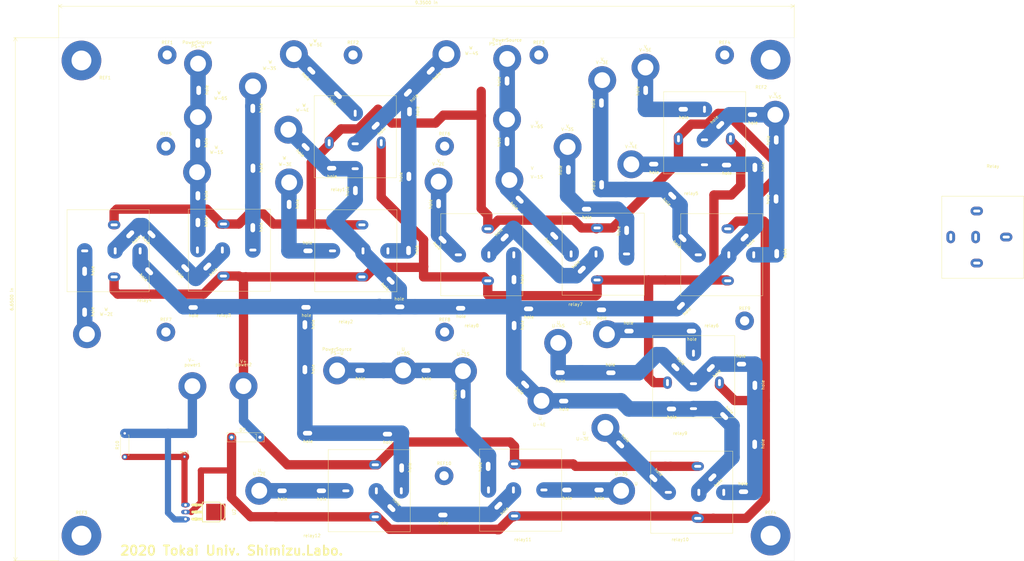
<source format=kicad_pcb>
(kicad_pcb (version 20171130) (host pcbnew "(5.1.4)-1")

  (general
    (thickness 1.6)
    (drawings 7)
    (tracks 301)
    (zones 0)
    (modules 156)
    (nets 27)
  )

  (page User 260.02 191.008)
  (layers
    (0 F.Cu signal)
    (31 B.Cu signal)
    (32 B.Adhes user)
    (33 F.Adhes user)
    (34 B.Paste user)
    (35 F.Paste user)
    (36 B.SilkS user)
    (37 F.SilkS user)
    (38 B.Mask user)
    (39 F.Mask user)
    (40 Dwgs.User user)
    (41 Cmts.User user)
    (42 Eco1.User user)
    (43 Eco2.User user)
    (44 Edge.Cuts user)
    (45 Margin user)
    (46 B.CrtYd user)
    (47 F.CrtYd user)
    (48 B.Fab user)
    (49 F.Fab user)
  )

  (setup
    (last_trace_width 5)
    (trace_clearance 0.2)
    (zone_clearance 0.508)
    (zone_45_only no)
    (trace_min 1)
    (via_size 0.8)
    (via_drill 0.4)
    (via_min_size 0.4)
    (via_min_drill 0.3)
    (uvia_size 0.3)
    (uvia_drill 0.1)
    (uvias_allowed no)
    (uvia_min_size 0.2)
    (uvia_min_drill 0.1)
    (edge_width 0.05)
    (segment_width 0.2)
    (pcb_text_width 0.3)
    (pcb_text_size 1.5 1.5)
    (mod_edge_width 0.12)
    (mod_text_size 1 1)
    (mod_text_width 0.15)
    (pad_size 9 9)
    (pad_drill 5.1)
    (pad_to_mask_clearance 0.051)
    (solder_mask_min_width 0.25)
    (aux_axis_origin 0 0)
    (visible_elements 7FFFFFFF)
    (pcbplotparams
      (layerselection 0x210fc_ffffffff)
      (usegerberextensions true)
      (usegerberattributes false)
      (usegerberadvancedattributes false)
      (creategerberjobfile false)
      (excludeedgelayer true)
      (linewidth 0.100000)
      (plotframeref false)
      (viasonmask false)
      (mode 1)
      (useauxorigin true)
      (hpglpennumber 1)
      (hpglpenspeed 20)
      (hpglpendiameter 15.000000)
      (psnegative false)
      (psa4output false)
      (plotreference true)
      (plotvalue true)
      (plotinvisibletext false)
      (padsonsilk false)
      (subtractmaskfromsilk true)
      (outputformat 1)
      (mirror false)
      (drillshape 0)
      (scaleselection 1)
      (outputdirectory "../../PCB/ガーバ・ドリルデータ/"))
  )

  (net 0 "")
  (net 1 /W-5E)
  (net 2 /W-4S)
  (net 3 /W-3S)
  (net 4 NP)
  (net 5 /W-3E)
  (net 6 /W-2E)
  (net 7 /V-5E)
  (net 8 /V-4S)
  (net 9 /V-3S)
  (net 10 /V-3E)
  (net 11 /V-2E)
  (net 12 /U-5E)
  (net 13 /U-4S)
  (net 14 /U-3S)
  (net 15 /U-3E)
  (net 16 /U-2E)
  (net 17 /GND)
  (net 18 "Net-(relay3-Pad87a)")
  (net 19 "Net-(relay7-Pad87a)")
  (net 20 "Net-(relay11-Pad87a)")
  (net 21 /PS-W)
  (net 22 /PS-V)
  (net 23 /PS-U)
  (net 24 "Net-(R10-Pad1)")
  (net 25 /RCSin)
  (net 26 /RCSout)

  (net_class Default "これはデフォルトのネット クラスです。"
    (clearance 0.2)
    (trace_width 5)
    (via_dia 0.8)
    (via_drill 0.4)
    (uvia_dia 0.3)
    (uvia_drill 0.1)
    (diff_pair_width 5)
    (diff_pair_gap 0.25)
    (add_net /PS-U)
    (add_net /PS-V)
    (add_net /PS-W)
    (add_net /U-2E)
    (add_net /U-3E)
    (add_net /U-3S)
    (add_net /U-4S)
    (add_net /U-5E)
    (add_net /V-2E)
    (add_net /V-3E)
    (add_net /V-3S)
    (add_net /V-4S)
    (add_net /V-5E)
    (add_net /W-2E)
    (add_net /W-3E)
    (add_net /W-3S)
    (add_net /W-4S)
    (add_net /W-5E)
    (add_net NP)
    (add_net "Net-(relay11-Pad87a)")
    (add_net "Net-(relay3-Pad87a)")
    (add_net "Net-(relay7-Pad87a)")
  )

  (net_class Net ""
    (clearance 0.2)
    (trace_width 2)
    (via_dia 0.8)
    (via_drill 0.4)
    (uvia_dia 0.3)
    (uvia_drill 0.1)
    (diff_pair_width 2)
    (diff_pair_gap 0.25)
  )

  (net_class RCS ""
    (clearance 0.2)
    (trace_width 3)
    (via_dia 0.8)
    (via_drill 0.4)
    (uvia_dia 0.3)
    (uvia_drill 0.1)
    (diff_pair_width 3)
    (diff_pair_gap 0.25)
    (add_net /GND)
    (add_net /RCSin)
    (add_net /RCSout)
    (add_net "Net-(R10-Pad1)")
  )

  (module Kageyama_Device:0-1432871-1 (layer F.Cu) (tedit 5E256C35) (tstamp 5E25BEED)
    (at 296.57294 62.611)
    (fp_text reference Relay (at 16.51 -9.66) (layer F.SilkS)
      (effects (font (size 1 1) (thickness 0.15)))
    )
    (fp_text value 0-1432871-1 (at 16.51 -10.66) (layer F.Fab)
      (effects (font (size 1 1) (thickness 0.15)))
    )
    (fp_line (start 26.5 0) (end 0 0) (layer F.SilkS) (width 0.12))
    (fp_line (start 26.5 26.5) (end 26.5 0) (layer F.SilkS) (width 0.12))
    (fp_line (start 0 26.5) (end 26.5 26.5) (layer F.SilkS) (width 0.12))
    (fp_line (start 0 0) (end 0 26.5) (layer F.SilkS) (width 0.12))
    (pad 87a thru_hole oval (at 10.95 13.2 270) (size 4 2.8) (drill oval 2.3 0.9) (layers *.Cu *.Mask))
    (pad 85 thru_hole oval (at 11.3 4.8) (size 4 2.8) (drill oval 2.3 0.9) (layers *.Cu *.Mask))
    (pad 87 thru_hole oval (at 2.9 13.2 270) (size 4 2.8) (drill oval 2.3 0.9) (layers *.Cu *.Mask))
    (pad 30 thru_hole oval (at 20.8 13.2) (size 4 2.8) (drill oval 2.3 0.9) (layers *.Cu *.Mask))
    (pad 86 thru_hole oval (at 11.3 21.6) (size 4 2.8) (drill oval 2.3 0.9) (layers *.Cu *.Mask))
  )

  (module Kageyama_Device:0-1432871-1 (layer F.Cu) (tedit 5E18275D) (tstamp 5DFB8730)
    (at 206.756 55.372 90)
    (path /5DE1682F)
    (fp_text reference relay5 (at -6.35 8.89 180) (layer F.SilkS)
      (effects (font (size 1 1) (thickness 0.15)))
    )
    (fp_text value 0-143287-1 (at -7.62 8.89 180) (layer F.Fab)
      (effects (font (size 1 1) (thickness 0.15)))
    )
    (fp_line (start 26.5 0) (end 0 0) (layer F.SilkS) (width 0.12))
    (fp_line (start 26.5 26.5) (end 26.5 0) (layer F.SilkS) (width 0.12))
    (fp_line (start 0 26.5) (end 26.5 26.5) (layer F.SilkS) (width 0.12))
    (fp_line (start 0 0) (end 0 26.5) (layer F.SilkS) (width 0.12))
    (pad 87a thru_hole oval (at 10.95 13.2) (size 4 2.8) (drill oval 2.3 0.9) (layers *.Cu *.Mask)
      (net 8 /V-4S))
    (pad 85 thru_hole oval (at 11.3 4.8 90) (size 4 2.8) (drill oval 2.3 0.9) (layers *.Cu *.Mask)
      (net 26 /RCSout))
    (pad 87 thru_hole oval (at 2.9 13.2) (size 4 2.8) (drill oval 2.3 0.9) (layers *.Cu *.Mask)
      (net 4 NP))
    (pad 30 thru_hole oval (at 20.8 13.2 90) (size 4 2.8) (drill oval 2.3 0.9) (layers *.Cu *.Mask)
      (net 7 /V-5E))
    (pad 86 thru_hole oval (at 11.3 21.6 90) (size 4 2.8) (drill oval 2.3 0.9) (layers *.Cu *.Mask)
      (net 25 /RCSin))
  )

  (module MountingHole:MountingHole_3mm_Pad (layer F.Cu) (tedit 56D1B4CB) (tstamp 5E1E6941)
    (at 136.058 106.482)
    (descr "Mounting Hole 3mm")
    (tags "mounting hole 3mm")
    (attr virtual)
    (fp_text reference REF8 (at 0 -4) (layer F.SilkS)
      (effects (font (size 1 1) (thickness 0.15)))
    )
    (fp_text value MountingHole_3mm_Pad (at 0 4) (layer F.Fab)
      (effects (font (size 1 1) (thickness 0.15)))
    )
    (fp_circle (center 0 0) (end 3.25 0) (layer F.CrtYd) (width 0.05))
    (fp_circle (center 0 0) (end 3 0) (layer Cmts.User) (width 0.15))
    (fp_text user %R (at 0.3 0) (layer F.Fab)
      (effects (font (size 1 1) (thickness 0.15)))
    )
    (pad 1 thru_hole circle (at 0 0) (size 6 6) (drill 3) (layers *.Cu *.Mask))
  )

  (module MountingHole:MountingHole_3mm_Pad (layer F.Cu) (tedit 56D1B4CB) (tstamp 5E1E6933)
    (at 46.058 106.482)
    (descr "Mounting Hole 3mm")
    (tags "mounting hole 3mm")
    (attr virtual)
    (fp_text reference REF7 (at 0 -4) (layer F.SilkS)
      (effects (font (size 1 1) (thickness 0.15)))
    )
    (fp_text value MountingHole_3mm_Pad (at 0 4) (layer F.Fab)
      (effects (font (size 1 1) (thickness 0.15)))
    )
    (fp_circle (center 0 0) (end 3.25 0) (layer F.CrtYd) (width 0.05))
    (fp_circle (center 0 0) (end 3 0) (layer Cmts.User) (width 0.15))
    (fp_text user %R (at 0.3 0) (layer F.Fab)
      (effects (font (size 1 1) (thickness 0.15)))
    )
    (pad 1 thru_hole circle (at 0 0) (size 6 6) (drill 3) (layers *.Cu *.Mask))
  )

  (module MountingHole:MountingHole_3mm_Pad (layer F.Cu) (tedit 56D1B4CB) (tstamp 5E1E6925)
    (at 136.058 46.482)
    (descr "Mounting Hole 3mm")
    (tags "mounting hole 3mm")
    (attr virtual)
    (fp_text reference REF6 (at 0 -4) (layer F.SilkS)
      (effects (font (size 1 1) (thickness 0.15)))
    )
    (fp_text value MountingHole_3mm_Pad (at 0 4) (layer F.Fab)
      (effects (font (size 1 1) (thickness 0.15)))
    )
    (fp_circle (center 0 0) (end 3.25 0) (layer F.CrtYd) (width 0.05))
    (fp_circle (center 0 0) (end 3 0) (layer Cmts.User) (width 0.15))
    (fp_text user %R (at 0.3 0) (layer F.Fab)
      (effects (font (size 1 1) (thickness 0.15)))
    )
    (pad 1 thru_hole circle (at 0 0) (size 6 6) (drill 3) (layers *.Cu *.Mask))
  )

  (module MountingHole:MountingHole_3mm_Pad (layer F.Cu) (tedit 56D1B4CB) (tstamp 5E1E68EA)
    (at 46.058 46.482)
    (descr "Mounting Hole 3mm")
    (tags "mounting hole 3mm")
    (attr virtual)
    (fp_text reference REF5 (at 0 -4) (layer F.SilkS)
      (effects (font (size 1 1) (thickness 0.15)))
    )
    (fp_text value MountingHole_3mm_Pad (at 0 4) (layer F.Fab)
      (effects (font (size 1 1) (thickness 0.15)))
    )
    (fp_text user %R (at 0.3 0) (layer F.Fab)
      (effects (font (size 1 1) (thickness 0.15)))
    )
    (fp_circle (center 0 0) (end 3 0) (layer Cmts.User) (width 0.15))
    (fp_circle (center 0 0) (end 3.25 0) (layer F.CrtYd) (width 0.05))
    (pad 1 thru_hole circle (at 0 0) (size 6 6) (drill 3) (layers *.Cu *.Mask))
  )

  (module MountingHole:MountingHole_3mm_Pad (layer F.Cu) (tedit 56D1B4CB) (tstamp 5E1E683A)
    (at 226.482 17.018)
    (descr "Mounting Hole 3mm")
    (tags "mounting hole 3mm")
    (attr virtual)
    (fp_text reference REF4 (at 0 -4) (layer F.SilkS)
      (effects (font (size 1 1) (thickness 0.15)))
    )
    (fp_text value MountingHole_3mm_Pad (at 0 4) (layer F.Fab)
      (effects (font (size 1 1) (thickness 0.15)))
    )
    (fp_text user %R (at 0.3 0) (layer F.Fab)
      (effects (font (size 1 1) (thickness 0.15)))
    )
    (fp_circle (center 0 0) (end 3 0) (layer Cmts.User) (width 0.15))
    (fp_circle (center 0 0) (end 3.25 0) (layer F.CrtYd) (width 0.05))
    (pad 1 thru_hole circle (at 0 0) (size 6 6) (drill 3) (layers *.Cu *.Mask))
  )

  (module MountingHole:MountingHole_3mm_Pad (layer F.Cu) (tedit 56D1B4CB) (tstamp 5E1E682C)
    (at 166.482 17.018)
    (descr "Mounting Hole 3mm")
    (tags "mounting hole 3mm")
    (attr virtual)
    (fp_text reference REF3 (at 0 -4) (layer F.SilkS)
      (effects (font (size 1 1) (thickness 0.15)))
    )
    (fp_text value MountingHole_3mm_Pad (at 0 4) (layer F.Fab)
      (effects (font (size 1 1) (thickness 0.15)))
    )
    (fp_text user %R (at 0.3 0) (layer F.Fab)
      (effects (font (size 1 1) (thickness 0.15)))
    )
    (fp_circle (center 0 0) (end 3 0) (layer Cmts.User) (width 0.15))
    (fp_circle (center 0 0) (end 3.25 0) (layer F.CrtYd) (width 0.05))
    (pad 1 thru_hole circle (at 0 0) (size 6 6) (drill 3) (layers *.Cu *.Mask))
  )

  (module MountingHole:MountingHole_3mm_Pad (layer F.Cu) (tedit 56D1B4CB) (tstamp 5E1E681E)
    (at 106.482 17.018)
    (descr "Mounting Hole 3mm")
    (tags "mounting hole 3mm")
    (attr virtual)
    (fp_text reference REF2 (at 0 -4) (layer F.SilkS)
      (effects (font (size 1 1) (thickness 0.15)))
    )
    (fp_text value MountingHole_3mm_Pad (at 0 4) (layer F.Fab)
      (effects (font (size 1 1) (thickness 0.15)))
    )
    (fp_text user %R (at 0.3 0) (layer F.Fab)
      (effects (font (size 1 1) (thickness 0.15)))
    )
    (fp_circle (center 0 0) (end 3 0) (layer Cmts.User) (width 0.15))
    (fp_circle (center 0 0) (end 3.25 0) (layer F.CrtYd) (width 0.05))
    (pad 1 thru_hole circle (at 0 0) (size 6 6) (drill 3) (layers *.Cu *.Mask))
  )

  (module MountingHole:MountingHole_3mm_Pad (layer F.Cu) (tedit 56D1B4CB) (tstamp 5E1E081C)
    (at 46.482 17.018)
    (descr "Mounting Hole 3mm")
    (tags "mounting hole 3mm")
    (attr virtual)
    (fp_text reference REF1 (at 0 -4) (layer F.SilkS)
      (effects (font (size 1 1) (thickness 0.15)))
    )
    (fp_text value MountingHole_3mm_Pad (at 0 4) (layer F.Fab)
      (effects (font (size 1 1) (thickness 0.15)))
    )
    (fp_circle (center 0 0) (end 3.25 0) (layer F.CrtYd) (width 0.05))
    (fp_circle (center 0 0) (end 3 0) (layer Cmts.User) (width 0.15))
    (fp_text user %R (at 0.3 0) (layer F.Fab)
      (effects (font (size 1 1) (thickness 0.15)))
    )
    (pad 1 thru_hole circle (at 0 0) (size 6 6) (drill 3) (layers *.Cu *.Mask))
  )

  (module MountingHole:MountingHole_3mm_Pad (layer F.Cu) (tedit 56D1B4CB) (tstamp 5E1E07BA)
    (at 232.918 102.87)
    (descr "Mounting Hole 3mm")
    (tags "mounting hole 3mm")
    (attr virtual)
    (fp_text reference REF9 (at 0 -4) (layer F.SilkS)
      (effects (font (size 1 1) (thickness 0.15)))
    )
    (fp_text value MountingHole_3mm_Pad (at 0 4) (layer F.Fab)
      (effects (font (size 1 1) (thickness 0.15)))
    )
    (fp_circle (center 0 0) (end 3.25 0) (layer F.CrtYd) (width 0.05))
    (fp_circle (center 0 0) (end 3 0) (layer Cmts.User) (width 0.15))
    (fp_text user %R (at 0.3 0) (layer F.Fab)
      (effects (font (size 1 1) (thickness 0.15)))
    )
    (pad 1 thru_hole circle (at 0 0) (size 6 6) (drill 3) (layers *.Cu *.Mask))
  )

  (module MountingHole:MountingHole_3mm_Pad (layer F.Cu) (tedit 56D1B4CB) (tstamp 5E1E07AC)
    (at 135.89 152.908)
    (descr "Mounting Hole 3mm")
    (tags "mounting hole 3mm")
    (attr virtual)
    (fp_text reference REF10 (at 0 -4) (layer F.SilkS)
      (effects (font (size 1 1) (thickness 0.15)))
    )
    (fp_text value MountingHole_3mm_Pad (at 0 4) (layer F.Fab)
      (effects (font (size 1 1) (thickness 0.15)))
    )
    (fp_circle (center 0 0) (end 3.25 0) (layer F.CrtYd) (width 0.05))
    (fp_circle (center 0 0) (end 3 0) (layer Cmts.User) (width 0.15))
    (fp_text user %R (at 0.3 0) (layer F.Fab)
      (effects (font (size 1 1) (thickness 0.15)))
    )
    (pad 1 thru_hole circle (at 0 0) (size 6 6) (drill 3) (layers *.Cu *.Mask))
  )

  (module Kageyama_Device:Doubanhole (layer F.Cu) (tedit 5E180CE6) (tstamp 5E1E04BF)
    (at 116.532035 92.214097 135)
    (fp_text reference hole (at 0 0.5 135) (layer F.SilkS)
      (effects (font (size 1 1) (thickness 0.15)))
    )
    (fp_text value Doubanhole (at 0 -0.5 135) (layer F.Fab)
      (effects (font (size 1 1) (thickness 0.15)))
    )
    (pad 1 thru_hole oval (at 0.15 3.1 135) (size 4 2.5) (drill oval 3 1.5) (layers *.Cu *.Mask)
      (net 4 NP))
  )

  (module Kageyama_Device:Doubanhole (layer F.Cu) (tedit 5E180CE6) (tstamp 5E1E04A6)
    (at 94.032 103.99 270)
    (fp_text reference hole (at 0 0.5 90) (layer F.SilkS)
      (effects (font (size 1 1) (thickness 0.15)))
    )
    (fp_text value Doubanhole (at 0 -0.5 90) (layer F.Fab)
      (effects (font (size 1 1) (thickness 0.15)))
    )
    (pad 1 thru_hole oval (at 0.15 3.1 270) (size 4 2.5) (drill oval 3 1.5) (layers *.Cu *.Mask)
      (net 4 NP))
  )

  (module MountingHole:MountingHole_6.4mm_M6_Pad (layer F.Cu) (tedit 56D1B4CB) (tstamp 5E1E0442)
    (at 18.796 172.212)
    (descr "Mounting Hole 6.4mm, M6")
    (tags "mounting hole 6.4mm m6")
    (attr virtual)
    (fp_text reference REF3 (at 0 -7.4) (layer F.SilkS)
      (effects (font (size 1 1) (thickness 0.15)))
    )
    (fp_text value MountingHole_6.4mm_M6_Pad (at 0 7.4) (layer F.Fab)
      (effects (font (size 1 1) (thickness 0.15)))
    )
    (fp_text user %R (at 0.3 0) (layer F.Fab)
      (effects (font (size 1 1) (thickness 0.15)))
    )
    (fp_circle (center 0 0) (end 6.4 0) (layer Cmts.User) (width 0.15))
    (fp_circle (center 0 0) (end 6.65 0) (layer F.CrtYd) (width 0.05))
    (pad 1 thru_hole circle (at 0 0) (size 12.8 12.8) (drill 6.4) (layers *.Cu *.Mask))
  )

  (module MountingHole:MountingHole_6.4mm_M6_Pad (layer F.Cu) (tedit 56D1B4CB) (tstamp 5E1E0434)
    (at 18.796 18.796)
    (descr "Mounting Hole 6.4mm, M6")
    (tags "mounting hole 6.4mm m6")
    (attr virtual)
    (fp_text reference REF1 (at 7.62 5.588) (layer F.SilkS)
      (effects (font (size 1 1) (thickness 0.15)))
    )
    (fp_text value MountingHole_6.4mm_M6_Pad (at 6.858 8.89) (layer F.Fab)
      (effects (font (size 1 1) (thickness 0.15)))
    )
    (fp_circle (center 0 0) (end 6.65 0) (layer F.CrtYd) (width 0.05))
    (fp_circle (center 0 0) (end 6.4 0) (layer Cmts.User) (width 0.15))
    (fp_text user %R (at 0.3 0) (layer F.Fab)
      (effects (font (size 1 1) (thickness 0.15)))
    )
    (pad 1 thru_hole circle (at 0 0) (size 12.8 12.8) (drill 6.4) (layers *.Cu *.Mask))
  )

  (module MountingHole:MountingHole_6.4mm_M6_Pad (layer F.Cu) (tedit 56D1B4CB) (tstamp 5E1E03D6)
    (at 241.3 172.212)
    (descr "Mounting Hole 6.4mm, M6")
    (tags "mounting hole 6.4mm m6")
    (attr virtual)
    (fp_text reference REF4 (at 0 -7.4) (layer F.SilkS)
      (effects (font (size 1 1) (thickness 0.15)))
    )
    (fp_text value MountingHole_6.4mm_M6_Pad (at 0 7.4) (layer F.Fab)
      (effects (font (size 1 1) (thickness 0.15)))
    )
    (fp_text user %R (at 0.3 0) (layer F.Fab)
      (effects (font (size 1 1) (thickness 0.15)))
    )
    (fp_circle (center 0 0) (end 6.4 0) (layer Cmts.User) (width 0.15))
    (fp_circle (center 0 0) (end 6.65 0) (layer F.CrtYd) (width 0.05))
    (pad 1 thru_hole circle (at 0 0) (size 12.8 12.8) (drill 6.4) (layers *.Cu *.Mask))
  )

  (module MountingHole:MountingHole_6.4mm_M6_Pad (layer F.Cu) (tedit 56D1B4CB) (tstamp 5E1DEE9D)
    (at 241.3 18.542)
    (descr "Mounting Hole 6.4mm, M6")
    (tags "mounting hole 6.4mm m6")
    (attr virtual)
    (fp_text reference REF2 (at -3.048 8.89) (layer F.SilkS)
      (effects (font (size 1 1) (thickness 0.15)))
    )
    (fp_text value MountingHole_6.4mm_M6_Pad (at 0 7.4) (layer F.Fab)
      (effects (font (size 1 1) (thickness 0.15)))
    )
    (fp_circle (center 0 0) (end 6.65 0) (layer F.CrtYd) (width 0.05))
    (fp_circle (center 0 0) (end 6.4 0) (layer Cmts.User) (width 0.15))
    (fp_text user %R (at 0.3 0) (layer F.Fab)
      (effects (font (size 1 1) (thickness 0.15)))
    )
    (pad 1 thru_hole circle (at 0 0) (size 12.8 12.8) (drill 6.4) (layers *.Cu *.Mask))
  )

  (module Kageyama_Device:Doubanhole (layer F.Cu) (tedit 5E1A87E8) (tstamp 5E1D7B20)
    (at 39.316035 77.228097 135)
    (fp_text reference hole (at 0 0.5 135) (layer F.SilkS)
      (effects (font (size 1 1) (thickness 0.15)))
    )
    (fp_text value Doubanhole (at 0 -0.5 135) (layer F.Fab)
      (effects (font (size 1 1) (thickness 0.15)))
    )
    (pad 1 thru_hole oval (at 0.15 3.1 135) (size 4 2.5) (drill oval 3 1.5) (layers *.Cu *.Mask)
      (net 18 "Net-(relay3-Pad87a)"))
  )

  (module Kageyama_Device:Doubanhole (layer F.Cu) (tedit 5E180CE6) (tstamp 5E1D4F1B)
    (at 161.544 89.408 270)
    (fp_text reference hole (at 0 0.5 90) (layer F.SilkS)
      (effects (font (size 1 1) (thickness 0.15)))
    )
    (fp_text value Doubanhole (at 0 -0.5 90) (layer F.Fab)
      (effects (font (size 1 1) (thickness 0.15)))
    )
    (pad 1 thru_hole oval (at 0.15 3.1 270) (size 4 2.5) (drill oval 3 1.5) (layers *.Cu *.Mask)
      (net 4 NP))
  )

  (module Kageyama_Device:Doubanhole (layer F.Cu) (tedit 5E180CE6) (tstamp 5E1D40BB)
    (at 55.014 101.652 180)
    (fp_text reference hole (at 0 0.5) (layer F.SilkS)
      (effects (font (size 1 1) (thickness 0.15)))
    )
    (fp_text value Doubanhole (at 0 -0.5) (layer F.Fab)
      (effects (font (size 1 1) (thickness 0.15)))
    )
    (pad 1 thru_hole oval (at 0.15 3.1 180) (size 4 2.5) (drill oval 3 1.5) (layers *.Cu *.Mask)
      (net 4 NP))
  )

  (module Kageyama_Device:Doubanhole (layer F.Cu) (tedit 5E180CE6) (tstamp 5E1D40AA)
    (at 161.596 104.244 270)
    (fp_text reference hole (at 0 0.5 90) (layer F.SilkS)
      (effects (font (size 1 1) (thickness 0.15)))
    )
    (fp_text value Doubanhole (at 0 -0.5 90) (layer F.Fab)
      (effects (font (size 1 1) (thickness 0.15)))
    )
    (pad 1 thru_hole oval (at 0.15 3.1 270) (size 4 2.5) (drill oval 3 1.5) (layers *.Cu *.Mask)
      (net 4 NP))
  )

  (module Kageyama_Device:Doubanhole (layer F.Cu) (tedit 5E180CE6) (tstamp 5E1D409D)
    (at 163.322 102.108 180)
    (fp_text reference hole (at 0 0.5) (layer F.SilkS)
      (effects (font (size 1 1) (thickness 0.15)))
    )
    (fp_text value Doubanhole (at 0 -0.5) (layer F.Fab)
      (effects (font (size 1 1) (thickness 0.15)))
    )
    (pad 1 thru_hole oval (at 0.15 3.1 180) (size 4 2.5) (drill oval 3 1.5) (layers *.Cu *.Mask)
      (net 4 NP))
  )

  (module Kageyama_Device:Doubanhole (layer F.Cu) (tedit 5E180CE6) (tstamp 5E1D4089)
    (at 94.032 118.468 270)
    (fp_text reference hole (at 0 0.5 90) (layer F.SilkS)
      (effects (font (size 1 1) (thickness 0.15)))
    )
    (fp_text value Doubanhole (at 0 -0.5 90) (layer F.Fab)
      (effects (font (size 1 1) (thickness 0.15)))
    )
    (pad 1 thru_hole oval (at 0.15 3.1 270) (size 4 2.5) (drill oval 3 1.5) (layers *.Cu *.Mask)
      (net 4 NP))
  )

  (module Kageyama_Device:Doubanhole (layer F.Cu) (tedit 5E180CE6) (tstamp 5E1D4067)
    (at 117.752 142.546 180)
    (fp_text reference hole (at 0 0.5) (layer F.SilkS)
      (effects (font (size 1 1) (thickness 0.15)))
    )
    (fp_text value Doubanhole (at 0 -0.5) (layer F.Fab)
      (effects (font (size 1 1) (thickness 0.15)))
    )
    (pad 1 thru_hole oval (at 0.15 3.1 180) (size 4 2.5) (drill oval 3 1.5) (layers *.Cu *.Mask)
      (net 4 NP))
  )

  (module Kageyama_Device:Doubanhole (layer F.Cu) (tedit 5E180FE3) (tstamp 5E1D4047)
    (at 212.651965 115.557903 315)
    (fp_text reference hole (at 0 0.5 135) (layer F.SilkS)
      (effects (font (size 1 1) (thickness 0.15)))
    )
    (fp_text value Doubanhole (at 0 -0.5 135) (layer F.Fab)
      (effects (font (size 1 1) (thickness 0.15)))
    )
    (pad 1 thru_hole oval (at 0.15 3.1 315) (size 4 2.5) (drill oval 3 1.5) (layers *.Cu *.Mask)
      (net 13 /U-4S))
  )

  (module Kageyama_Device:Doubanhole (layer F.Cu) (tedit 5E180CE6) (tstamp 5E1D4004)
    (at 228.399965 131.305903 315)
    (fp_text reference hole (at 0 0.5 135) (layer F.SilkS)
      (effects (font (size 1 1) (thickness 0.15)))
    )
    (fp_text value Doubanhole (at 0 -0.5 135) (layer F.Fab)
      (effects (font (size 1 1) (thickness 0.15)))
    )
    (pad 1 thru_hole oval (at 0.15 3.1 315) (size 4 2.5) (drill oval 3 1.5) (layers *.Cu *.Mask)
      (net 4 NP))
  )

  (module Kageyama_Device:Doubanhole (layer F.Cu) (tedit 5E180FE3) (tstamp 5E1D3FEB)
    (at 239.268 142.598 270)
    (fp_text reference hole (at 0 0.5 90) (layer F.SilkS)
      (effects (font (size 1 1) (thickness 0.15)))
    )
    (fp_text value Doubanhole (at 0 -0.5 90) (layer F.Fab)
      (effects (font (size 1 1) (thickness 0.15)))
    )
    (pad 1 thru_hole oval (at 0.15 3.1 270) (size 4 2.5) (drill oval 3 1.5) (layers *.Cu *.Mask)
      (net 13 /U-4S))
  )

  (module Kageyama_Device:Doubanhole (layer F.Cu) (tedit 5E180FE3) (tstamp 5E1D3FD9)
    (at 231.752 113.74)
    (fp_text reference hole (at 0 0.5) (layer F.SilkS)
      (effects (font (size 1 1) (thickness 0.15)))
    )
    (fp_text value Doubanhole (at 0 -0.5) (layer F.Fab)
      (effects (font (size 1 1) (thickness 0.15)))
    )
    (pad 1 thru_hole oval (at 0.15 3.1) (size 4 2.5) (drill oval 3 1.5) (layers *.Cu *.Mask)
      (net 13 /U-4S))
  )

  (module Kageyama_Device:Doubanhole (layer F.Cu) (tedit 5E180F6F) (tstamp 5E1D3FAF)
    (at 207.464035 64.782097 135)
    (fp_text reference hole (at 0 0.5 135) (layer F.SilkS)
      (effects (font (size 1 1) (thickness 0.15)))
    )
    (fp_text value Doubanhole (at 0 -0.5 135) (layer F.Fab)
      (effects (font (size 1 1) (thickness 0.15)))
    )
    (pad 1 thru_hole oval (at 0.15 3.1 135) (size 4 2.5) (drill oval 3 1.5) (layers *.Cu *.Mask)
      (net 10 /V-3E))
  )

  (module Kageyama_Device:Doubanhole (layer F.Cu) (tedit 5E1A8958) (tstamp 5E1D3F8E)
    (at 182.014 69.902 180)
    (fp_text reference hole (at 0 0.5) (layer F.SilkS)
      (effects (font (size 1 1) (thickness 0.15)))
    )
    (fp_text value Doubanhole (at 0 -0.5) (layer F.Fab)
      (effects (font (size 1 1) (thickness 0.15)))
    )
    (pad 1 thru_hole oval (at 0.15 3.1 180) (size 4 2.5) (drill oval 3 1.5) (layers *.Cu *.Mask)
      (net 9 /V-3S))
  )

  (module Kageyama_Device:Doubanhole (layer F.Cu) (tedit 5E180BB7) (tstamp 5E1D3F4D)
    (at 239.978 63.65 90)
    (fp_text reference hole (at 0 0.5 90) (layer F.SilkS)
      (effects (font (size 1 1) (thickness 0.15)))
    )
    (fp_text value Doubanhole (at 0 -0.5 90) (layer F.Fab)
      (effects (font (size 1 1) (thickness 0.15)))
    )
    (pad 1 thru_hole oval (at 0.15 3.1 90) (size 4 2.5) (drill oval 3 1.5) (layers *.Cu *.Mask)
      (net 8 /V-4S))
  )

  (module Kageyama_Device:Doubanhole (layer F.Cu) (tedit 5E182DBA) (tstamp 5E1D3F37)
    (at 127.814 35.156 270)
    (fp_text reference hole (at 0 0.5 90) (layer F.SilkS)
      (effects (font (size 1 1) (thickness 0.15)))
    )
    (fp_text value Doubanhole (at 0 -0.5 90) (layer F.Fab)
      (effects (font (size 1 1) (thickness 0.15)))
    )
    (pad 1 thru_hole oval (at 0.15 3.1 270) (size 4 2.5) (drill oval 3 1.5) (layers *.Cu *.Mask)
      (net 2 /W-4S))
  )

  (module Kageyama_Device:Doubanhole (layer F.Cu) (tedit 5E182DBA) (tstamp 5E1D3F28)
    (at 126.504097 31.295965 225)
    (fp_text reference hole (at 0 0.5 45) (layer F.SilkS)
      (effects (font (size 1 1) (thickness 0.15)))
    )
    (fp_text value Doubanhole (at 0 -0.5 45) (layer F.Fab)
      (effects (font (size 1 1) (thickness 0.15)))
    )
    (pad 1 thru_hole oval (at 0.15 3.1 225) (size 4 2.5) (drill oval 3 1.5) (layers *.Cu *.Mask)
      (net 2 /W-4S))
  )

  (module Kageyama_Device:Doubanhole (layer F.Cu) (tedit 5E182D76) (tstamp 5E1D3F1B)
    (at 77.268 53.444 270)
    (fp_text reference hole (at 0 0.5 90) (layer F.SilkS)
      (effects (font (size 1 1) (thickness 0.15)))
    )
    (fp_text value Doubanhole (at 0 -0.5 90) (layer F.Fab)
      (effects (font (size 1 1) (thickness 0.15)))
    )
    (pad 1 thru_hole oval (at 0.15 3.1 270) (size 4 2.5) (drill oval 3 1.5) (layers *.Cu *.Mask)
      (net 3 /W-3S))
  )

  (module Kageyama_Device:Doubanhole (layer F.Cu) (tedit 5E1A9D2C) (tstamp 5E1A9D81)
    (at 186.078 160.58 180)
    (fp_text reference hole (at 0 0.5) (layer F.SilkS)
      (effects (font (size 1 1) (thickness 0.15)))
    )
    (fp_text value Doubanhole (at 0 -0.5) (layer F.Fab)
      (effects (font (size 1 1) (thickness 0.15)))
    )
    (pad 1 thru_hole oval (at 0.15 3.1 180) (size 4 2.5) (drill oval 3 1.5) (layers *.Cu *.Mask)
      (net 14 /U-3S))
  )

  (module Kageyama_Device:Doubanhole (layer F.Cu) (tedit 5E1A9D2C) (tstamp 5E1A9D3B)
    (at 175.664 160.58 180)
    (fp_text reference hole (at 0 0.5) (layer F.SilkS)
      (effects (font (size 1 1) (thickness 0.15)))
    )
    (fp_text value Doubanhole (at 0 -0.5) (layer F.Fab)
      (effects (font (size 1 1) (thickness 0.15)))
    )
    (pad 1 thru_hole oval (at 0.15 3.1 180) (size 4 2.5) (drill oval 3 1.5) (layers *.Cu *.Mask)
      (net 14 /U-3S))
  )

  (module Kageyama_Device:Doubanhole (layer F.Cu) (tedit 5E181196) (tstamp 5E1A9D1F)
    (at 147.014 150.01 90)
    (fp_text reference hole (at 0 0.5 90) (layer F.SilkS)
      (effects (font (size 1 1) (thickness 0.15)))
    )
    (fp_text value Doubanhole (at 0 -0.5 90) (layer F.Fab)
      (effects (font (size 1 1) (thickness 0.15)))
    )
    (pad 1 thru_hole oval (at 0.15 3.1 90) (size 4 2.5) (drill oval 3 1.5) (layers *.Cu *.Mask)
      (net 23 /PS-U))
  )

  (module Kageyama_Device:Doubanhole (layer F.Cu) (tedit 5E1A9C7C) (tstamp 5E1A9CA6)
    (at 205.539965 151.371903 315)
    (fp_text reference hole (at 0 0.5 135) (layer F.SilkS)
      (effects (font (size 1 1) (thickness 0.15)))
    )
    (fp_text value Doubanhole (at 0 -0.5 135) (layer F.Fab)
      (effects (font (size 1 1) (thickness 0.15)))
    )
    (pad 1 thru_hole oval (at 0.15 3.1 315) (size 4 2.5) (drill oval 3 1.5) (layers *.Cu *.Mask)
      (net 15 /U-3E))
  )

  (module Kageyama_Device:Doubanhole (layer F.Cu) (tedit 5E1A9C6F) (tstamp 5E1A9C80)
    (at 194.818 140.462 315)
    (fp_text reference hole (at 0 0.5 135) (layer F.SilkS)
      (effects (font (size 1 1) (thickness 0.15)))
    )
    (fp_text value Doubanhole (at 0 -0.5 135) (layer F.Fab)
      (effects (font (size 1 1) (thickness 0.15)))
    )
    (pad 1 thru_hole oval (at 0.15 3.1 315) (size 4 2.5) (drill oval 3 1.5) (layers *.Cu *.Mask)
      (net 15 /U-3E))
  )

  (module Kageyama_Device:Doubanhole (layer F.Cu) (tedit 5E180FE3) (tstamp 5E1A9C04)
    (at 239.32 123.548 270)
    (fp_text reference hole (at 0 0.5 90) (layer F.SilkS)
      (effects (font (size 1 1) (thickness 0.15)))
    )
    (fp_text value Doubanhole (at 0 -0.5 90) (layer F.Fab)
      (effects (font (size 1 1) (thickness 0.15)))
    )
    (pad 1 thru_hole oval (at 0.15 3.1 270) (size 4 2.5) (drill oval 3 1.5) (layers *.Cu *.Mask)
      (net 13 /U-4S))
  )

  (module Kageyama_Device:Doubanhole (layer F.Cu) (tedit 5E1A8367) (tstamp 5E1A9A4A)
    (at 215.9 109.272 180)
    (fp_text reference hole (at 0 0.5) (layer F.SilkS)
      (effects (font (size 1 1) (thickness 0.15)))
    )
    (fp_text value Doubanhole (at 0 -0.5) (layer F.Fab)
      (effects (font (size 1 1) (thickness 0.15)))
    )
    (pad 1 thru_hole oval (at 0.15 3.1 180) (size 4 2.5) (drill oval 3 1.5) (layers *.Cu *.Mask)
      (net 12 /U-5E))
  )

  (module Kageyama_Device:Doubanhole (layer F.Cu) (tedit 5E180CE6) (tstamp 5E1A9A36)
    (at 214.642097 100.129965 225)
    (fp_text reference hole (at 0 0.5 45) (layer F.SilkS)
      (effects (font (size 1 1) (thickness 0.15)))
    )
    (fp_text value Doubanhole (at 0 -0.5 45) (layer F.Fab)
      (effects (font (size 1 1) (thickness 0.15)))
    )
    (pad 1 thru_hole oval (at 0.15 3.1 225) (size 4 2.5) (drill oval 3 1.5) (layers *.Cu *.Mask)
      (net 4 NP))
  )

  (module Kageyama_Device:Doubanhole (layer F.Cu) (tedit 5E180CE6) (tstamp 5E1A9A1C)
    (at 227.226 55.678 180)
    (fp_text reference hole (at 0 0.5) (layer F.SilkS)
      (effects (font (size 1 1) (thickness 0.15)))
    )
    (fp_text value Doubanhole (at 0 -0.5) (layer F.Fab)
      (effects (font (size 1 1) (thickness 0.15)))
    )
    (pad 1 thru_hole oval (at 0.15 3.1 180) (size 4 2.5) (drill oval 3 1.5) (layers *.Cu *.Mask)
      (net 4 NP))
  )

  (module Kageyama_Device:Doubanhole (layer F.Cu) (tedit 5E180CE6) (tstamp 5E1A997F)
    (at 235.216097 78.031965 225)
    (fp_text reference hole (at 0 0.5 45) (layer F.SilkS)
      (effects (font (size 1 1) (thickness 0.15)))
    )
    (fp_text value Doubanhole (at 0 -0.5 45) (layer F.Fab)
      (effects (font (size 1 1) (thickness 0.15)))
    )
    (pad 1 thru_hole oval (at 0.15 3.1 225) (size 4 2.5) (drill oval 3 1.5) (layers *.Cu *.Mask)
      (net 4 NP))
  )

  (module Kageyama_Device:Doubanhole (layer F.Cu) (tedit 5E180CE6) (tstamp 5E1A9939)
    (at 239.32 53.19 270)
    (fp_text reference hole (at 0 0.5 90) (layer F.SilkS)
      (effects (font (size 1 1) (thickness 0.15)))
    )
    (fp_text value Doubanhole (at 0 -0.5 90) (layer F.Fab)
      (effects (font (size 1 1) (thickness 0.15)))
    )
    (pad 1 thru_hole oval (at 0.15 3.1 270) (size 4 2.5) (drill oval 3 1.5) (layers *.Cu *.Mask)
      (net 4 NP))
  )

  (module Kageyama_Device:Doubanhole (layer F.Cu) (tedit 5E180BB7) (tstamp 5E1A9831)
    (at 235.608 39.37 180)
    (fp_text reference hole (at 0 0.5) (layer F.SilkS)
      (effects (font (size 1 1) (thickness 0.15)))
    )
    (fp_text value Doubanhole (at 0 -0.5) (layer F.Fab)
      (effects (font (size 1 1) (thickness 0.15)))
    )
    (pad 1 thru_hole oval (at 0.15 3.1 180) (size 4 2.5) (drill oval 3 1.5) (layers *.Cu *.Mask)
      (net 8 /V-4S))
  )

  (module Kageyama_Device:Doubanhole (layer F.Cu) (tedit 5E1A8958) (tstamp 5E1A9692)
    (at 191.718 73.81 90)
    (fp_text reference hole (at 0 0.5 90) (layer F.SilkS)
      (effects (font (size 1 1) (thickness 0.15)))
    )
    (fp_text value Doubanhole (at 0 -0.5 90) (layer F.Fab)
      (effects (font (size 1 1) (thickness 0.15)))
    )
    (pad 1 thru_hole oval (at 0.15 3.1 90) (size 4 2.5) (drill oval 3 1.5) (layers *.Cu *.Mask)
      (net 9 /V-3S))
  )

  (module Kageyama_Device:Doubanhole (layer F.Cu) (tedit 5E1811ED) (tstamp 5E1A9666)
    (at 153.149903 73.860035 45)
    (fp_text reference hole (at 0 0.5 45) (layer F.SilkS)
      (effects (font (size 1 1) (thickness 0.15)))
    )
    (fp_text value Doubanhole (at 0 -0.5 45) (layer F.Fab)
      (effects (font (size 1 1) (thickness 0.15)))
    )
    (pad 1 thru_hole oval (at 0.15 3.1 45) (size 4 2.5) (drill oval 3 1.5) (layers *.Cu *.Mask)
      (net 19 "Net-(relay7-Pad87a)"))
  )

  (module Kageyama_Device:Doubanhole (layer F.Cu) (tedit 5E1A9616) (tstamp 5E1A9630)
    (at 133.296035 79.006097 135)
    (fp_text reference hole (at 0 0.5 135) (layer F.SilkS)
      (effects (font (size 1 1) (thickness 0.15)))
    )
    (fp_text value Doubanhole (at 0 -0.5 135) (layer F.Fab)
      (effects (font (size 1 1) (thickness 0.15)))
    )
    (pad 1 thru_hole oval (at 0.15 3.1 135) (size 4 2.5) (drill oval 3 1.5) (layers *.Cu *.Mask)
      (net 11 /V-2E))
  )

  (module Kageyama_Device:Doubanhole (layer F.Cu) (tedit 5E1A8480) (tstamp 5E1A95E3)
    (at 169.364035 77.736097 135)
    (fp_text reference hole (at 0 0.5 135) (layer F.SilkS)
      (effects (font (size 1 1) (thickness 0.15)))
    )
    (fp_text value Doubanhole (at 0 -0.5 135) (layer F.Fab)
      (effects (font (size 1 1) (thickness 0.15)))
    )
    (pad 1 thru_hole oval (at 0.15 3.1 135) (size 4 2.5) (drill oval 3 1.5) (layers *.Cu *.Mask)
      (net 22 /PS-V))
  )

  (module Kageyama_Device:Doubanhole (layer F.Cu) (tedit 5E18127D) (tstamp 5E1A95C6)
    (at 213.256 37.644 180)
    (fp_text reference hole (at 0 0.5) (layer F.SilkS)
      (effects (font (size 1 1) (thickness 0.15)))
    )
    (fp_text value Doubanhole (at 0 -0.5) (layer F.Fab)
      (effects (font (size 1 1) (thickness 0.15)))
    )
    (pad 1 thru_hole oval (at 0.15 3.1 180) (size 4 2.5) (drill oval 3 1.5) (layers *.Cu *.Mask)
      (net 7 /V-5E))
  )

  (module Kageyama_Device:Doubanhole (layer F.Cu) (tedit 5E182DBA) (tstamp 5E1A957B)
    (at 116.090097 41.963965 225)
    (fp_text reference hole (at 0 0.5 45) (layer F.SilkS)
      (effects (font (size 1 1) (thickness 0.15)))
    )
    (fp_text value Doubanhole (at 0 -0.5 45) (layer F.Fab)
      (effects (font (size 1 1) (thickness 0.15)))
    )
    (pad 1 thru_hole oval (at 0.15 3.1 225) (size 4 2.5) (drill oval 3 1.5) (layers *.Cu *.Mask)
      (net 2 /W-4S))
  )

  (module Kageyama_Device:Doubanhole (layer F.Cu) (tedit 5E180CE6) (tstamp 5E1A94E1)
    (at 99.718 56.694 180)
    (fp_text reference hole (at 0 0.5) (layer F.SilkS)
      (effects (font (size 1 1) (thickness 0.15)))
    )
    (fp_text value Doubanhole (at 0 -0.5) (layer F.Fab)
      (effects (font (size 1 1) (thickness 0.15)))
    )
    (pad 1 thru_hole oval (at 0.15 3.1 180) (size 4 2.5) (drill oval 3 1.5) (layers *.Cu *.Mask)
      (net 4 NP))
  )

  (module Kageyama_Device:Doubanhole (layer F.Cu) (tedit 5E180CE6) (tstamp 5E1A94C4)
    (at 104.14 60.96 90)
    (fp_text reference hole (at 0 0.5 90) (layer F.SilkS)
      (effects (font (size 1 1) (thickness 0.15)))
    )
    (fp_text value Doubanhole (at 0 -0.5 90) (layer F.Fab)
      (effects (font (size 1 1) (thickness 0.15)))
    )
    (pad 1 thru_hole oval (at 0.15 3.1 90) (size 4 2.5) (drill oval 3 1.5) (layers *.Cu *.Mask)
      (net 4 NP))
  )

  (module Kageyama_Device:Doubanhole (layer F.Cu) (tedit 5E1A8750) (tstamp 5E1A9477)
    (at 99.514035 32.270097 135)
    (fp_text reference hole (at 0 0.5 135) (layer F.SilkS)
      (effects (font (size 1 1) (thickness 0.15)))
    )
    (fp_text value Doubanhole (at 0 -0.5 135) (layer F.Fab)
      (effects (font (size 1 1) (thickness 0.15)))
    )
    (pad 1 thru_hole oval (at 0.15 3.1 135) (size 4 2.5) (drill oval 3 1.5) (layers *.Cu *.Mask)
      (net 1 /W-5E))
  )

  (module Kageyama_Device:Doubanhole (layer F.Cu) (tedit 5E1A8995) (tstamp 5E1A9420)
    (at 59.488 70.97 270)
    (fp_text reference hole (at 0 0.5 90) (layer F.SilkS)
      (effects (font (size 1 1) (thickness 0.15)))
    )
    (fp_text value Doubanhole (at 0 -0.5 90) (layer F.Fab)
      (effects (font (size 1 1) (thickness 0.15)))
    )
    (pad 1 thru_hole oval (at 0.15 3.1 270) (size 4 2.5) (drill oval 3 1.5) (layers *.Cu *.Mask)
      (net 21 /PS-W))
  )

  (module Kageyama_Device:Doubanhole (layer F.Cu) (tedit 5E1A930D) (tstamp 5E1A9332)
    (at 96.416 160.834 180)
    (fp_text reference hole (at 0 0.5) (layer F.SilkS)
      (effects (font (size 1 1) (thickness 0.15)))
    )
    (fp_text value Doubanhole (at 0 -0.5) (layer F.Fab)
      (effects (font (size 1 1) (thickness 0.15)))
    )
    (pad 1 thru_hole oval (at 0.15 3.1 180) (size 4 2.5) (drill oval 3 1.5) (layers *.Cu *.Mask)
      (net 16 /U-2E))
  )

  (module Kageyama_Device:Doubanhole (layer F.Cu) (tedit 5E1A92E8) (tstamp 5E1A932A)
    (at 83.716 160.834 180)
    (fp_text reference hole (at 0 0.5) (layer F.SilkS)
      (effects (font (size 1 1) (thickness 0.15)))
    )
    (fp_text value Doubanhole (at 0 -0.5) (layer F.Fab)
      (effects (font (size 1 1) (thickness 0.15)))
    )
    (pad 1 thru_hole oval (at 0.15 3.1 180) (size 4 2.5) (drill oval 3 1.5) (layers *.Cu *.Mask)
      (net 16 /U-2E))
  )

  (module Kageyama_Device:Doubanhole (layer F.Cu) (tedit 5E1A9CA0) (tstamp 5E1A9303)
    (at 120.957965 161.023903 315)
    (fp_text reference hole (at 0 0.5 135) (layer F.SilkS)
      (effects (font (size 1 1) (thickness 0.15)))
    )
    (fp_text value Doubanhole (at 0 -0.5 135) (layer F.Fab)
      (effects (font (size 1 1) (thickness 0.15)))
    )
    (pad 1 thru_hole oval (at 0.15 3.1 315) (size 4 2.5) (drill oval 3 1.5) (layers *.Cu *.Mask)
      (net 20 "Net-(relay11-Pad87a)"))
  )

  (module Kageyama_Device:Doubanhole (layer F.Cu) (tedit 5E1A9CAC) (tstamp 5E1A9211)
    (at 155.714097 164.645965 225)
    (fp_text reference hole (at 0 0.5 45) (layer F.SilkS)
      (effects (font (size 1 1) (thickness 0.15)))
    )
    (fp_text value Doubanhole (at 0 -0.5 45) (layer F.Fab)
      (effects (font (size 1 1) (thickness 0.15)))
    )
    (pad 1 thru_hole oval (at 0.15 3.1 225) (size 4 2.5) (drill oval 3 1.5) (layers *.Cu *.Mask)
      (net 20 "Net-(relay11-Pad87a)"))
  )

  (module Kageyama_Device:Doubanhole (layer F.Cu) (tedit 5E181196) (tstamp 5E1A91DC)
    (at 108.862 121.972 180)
    (fp_text reference hole (at 0 0.5) (layer F.SilkS)
      (effects (font (size 1 1) (thickness 0.15)))
    )
    (fp_text value Doubanhole (at 0 -0.5) (layer F.Fab)
      (effects (font (size 1 1) (thickness 0.15)))
    )
    (pad 1 thru_hole oval (at 0.15 3.1 180) (size 4 2.5) (drill oval 3 1.5) (layers *.Cu *.Mask)
      (net 23 /PS-U))
  )

  (module Kageyama_Device:Doubanhole (layer F.Cu) (tedit 5E181196) (tstamp 5E1A91D0)
    (at 130.198 121.972 180)
    (fp_text reference hole (at 0 0.5) (layer F.SilkS)
      (effects (font (size 1 1) (thickness 0.15)))
    )
    (fp_text value Doubanhole (at 0 -0.5) (layer F.Fab)
      (effects (font (size 1 1) (thickness 0.15)))
    )
    (pad 1 thru_hole oval (at 0.15 3.1 180) (size 4 2.5) (drill oval 3 1.5) (layers *.Cu *.Mask)
      (net 23 /PS-U))
  )

  (module Kageyama_Device:Doubanhole (layer F.Cu) (tedit 5E180FE3) (tstamp 5E1A90C2)
    (at 224.294097 120.195965 225)
    (fp_text reference hole (at 0 0.5 45) (layer F.SilkS)
      (effects (font (size 1 1) (thickness 0.15)))
    )
    (fp_text value Doubanhole (at 0 -0.5 45) (layer F.Fab)
      (effects (font (size 1 1) (thickness 0.15)))
    )
    (pad 1 thru_hole oval (at 0.15 3.1 225) (size 4 2.5) (drill oval 3 1.5) (layers *.Cu *.Mask)
      (net 13 /U-4S))
  )

  (module Kageyama_Device:Doubanhole (layer F.Cu) (tedit 5E1A84E6) (tstamp 5E1A8F93)
    (at 22.912 86.718 270)
    (fp_text reference hole (at 0 0.5 90) (layer F.SilkS)
      (effects (font (size 1 1) (thickness 0.15)))
    )
    (fp_text value Doubanhole (at 0 -0.5 90) (layer F.Fab)
      (effects (font (size 1 1) (thickness 0.15)))
    )
    (pad 1 thru_hole oval (at 0.15 3.1 270) (size 4 2.5) (drill oval 3 1.5) (layers *.Cu *.Mask)
      (net 6 /W-2E))
  )

  (module Kageyama_Device:Doubanhole (layer F.Cu) (tedit 5E1A9616) (tstamp 5E1A8F71)
    (at 131.012 65.174 90)
    (fp_text reference hole (at 0 0.5 90) (layer F.SilkS)
      (effects (font (size 1 1) (thickness 0.15)))
    )
    (fp_text value Doubanhole (at 0 -0.5 90) (layer F.Fab)
      (effects (font (size 1 1) (thickness 0.15)))
    )
    (pad 1 thru_hole oval (at 0.15 3.1 90) (size 4 2.5) (drill oval 3 1.5) (layers *.Cu *.Mask)
      (net 11 /V-2E))
  )

  (module Kageyama_Device:Doubanhole (layer F.Cu) (tedit 5E1A8958) (tstamp 5E1A8941)
    (at 172.922 54.252 90)
    (fp_text reference hole (at 0 0.5 90) (layer F.SilkS)
      (effects (font (size 1 1) (thickness 0.15)))
    )
    (fp_text value Doubanhole (at 0 -0.5 90) (layer F.Fab)
      (effects (font (size 1 1) (thickness 0.15)))
    )
    (pad 1 thru_hole oval (at 0.15 3.1 90) (size 4 2.5) (drill oval 3 1.5) (layers *.Cu *.Mask)
      (net 9 /V-3S))
  )

  (module Kageyama_Device:Doubanhole (layer F.Cu) (tedit 5E180BB7) (tstamp 5E1A8905)
    (at 240.03 44.6 90)
    (fp_text reference hole (at 0 0.5 90) (layer F.SilkS)
      (effects (font (size 1 1) (thickness 0.15)))
    )
    (fp_text value Doubanhole (at 0 -0.5 90) (layer F.Fab)
      (effects (font (size 1 1) (thickness 0.15)))
    )
    (pad 1 thru_hole oval (at 0.15 3.1 90) (size 4 2.5) (drill oval 3 1.5) (layers *.Cu *.Mask)
      (net 8 /V-4S))
  )

  (module Kageyama_Device:Doubanhole (layer F.Cu) (tedit 5E180CE6) (tstamp 5E1A8898)
    (at 121.412 95.25)
    (fp_text reference hole (at 0 0.5) (layer F.SilkS)
      (effects (font (size 1 1) (thickness 0.15)))
    )
    (fp_text value Doubanhole (at 0 -0.5) (layer F.Fab)
      (effects (font (size 1 1) (thickness 0.15)))
    )
    (pad 1 thru_hole oval (at 0.15 3.1) (size 4 2.5) (drill oval 3 1.5) (layers *.Cu *.Mask)
      (net 4 NP))
  )

  (module Kageyama_Device:Doubanhole (layer F.Cu) (tedit 5E180CE6) (tstamp 5E1A886C)
    (at 89.100035 49.034097 135)
    (fp_text reference hole (at 0 0.5 135) (layer F.SilkS)
      (effects (font (size 1 1) (thickness 0.15)))
    )
    (fp_text value Doubanhole (at 0 -0.5 135) (layer F.Fab)
      (effects (font (size 1 1) (thickness 0.15)))
    )
    (pad 1 thru_hole oval (at 0.15 3.1 135) (size 4 2.5) (drill oval 3 1.5) (layers *.Cu *.Mask)
      (net 4 NP))
  )

  (module Kageyama_Device:Doubanhole (layer F.Cu) (tedit 5E1A87E8) (tstamp 5E1A884D)
    (at 61.734097 87.429965 225)
    (fp_text reference hole (at 0 0.5 45) (layer F.SilkS)
      (effects (font (size 1 1) (thickness 0.15)))
    )
    (fp_text value Doubanhole (at 0 -0.5 45) (layer F.Fab)
      (effects (font (size 1 1) (thickness 0.15)))
    )
    (pad 1 thru_hole oval (at 0.15 3.1 225) (size 4 2.5) (drill oval 3 1.5) (layers *.Cu *.Mask)
      (net 18 "Net-(relay3-Pad87a)"))
  )

  (module Kageyama_Device:Doubanhole (layer F.Cu) (tedit 5E1A87E8) (tstamp 5E1A87F2)
    (at 36.842097 77.015965 225)
    (fp_text reference hole (at 0 0.5 45) (layer F.SilkS)
      (effects (font (size 1 1) (thickness 0.15)))
    )
    (fp_text value Doubanhole (at 0 -0.5 45) (layer F.Fab)
      (effects (font (size 1 1) (thickness 0.15)))
    )
    (pad 1 thru_hole oval (at 0.15 3.1 225) (size 4 2.5) (drill oval 3 1.5) (layers *.Cu *.Mask)
      (net 18 "Net-(relay3-Pad87a)"))
  )

  (module Kageyama_Device:Doubanhole (layer F.Cu) (tedit 5E1A87E8) (tstamp 5E1A87D6)
    (at 50.238035 88.150097 135)
    (fp_text reference hole (at 0 0.5 135) (layer F.SilkS)
      (effects (font (size 1 1) (thickness 0.15)))
    )
    (fp_text value Doubanhole (at 0 -0.5 135) (layer F.Fab)
      (effects (font (size 1 1) (thickness 0.15)))
    )
    (pad 1 thru_hole oval (at 0.15 3.1 135) (size 4 2.5) (drill oval 3 1.5) (layers *.Cu *.Mask)
      (net 18 "Net-(relay3-Pad87a)"))
  )

  (module Kageyama_Device:Doubanhole (layer F.Cu) (tedit 5E1A8995) (tstamp 5E1A87C3)
    (at 59.488 62.334 270)
    (fp_text reference hole (at 0 0.5 90) (layer F.SilkS)
      (effects (font (size 1 1) (thickness 0.15)))
    )
    (fp_text value Doubanhole (at 0 -0.5 90) (layer F.Fab)
      (effects (font (size 1 1) (thickness 0.15)))
    )
    (pad 1 thru_hole oval (at 0.15 3.1 270) (size 4 2.5) (drill oval 3 1.5) (layers *.Cu *.Mask)
      (net 21 /PS-W))
  )

  (module Kageyama_Device:Doubanhole (layer F.Cu) (tedit 5E1A8988) (tstamp 5E1A87BB)
    (at 59.488 45.316 270)
    (fp_text reference hole (at 0 0.5 90) (layer F.SilkS)
      (effects (font (size 1 1) (thickness 0.15)))
    )
    (fp_text value Doubanhole (at 0 -0.5 90) (layer F.Fab)
      (effects (font (size 1 1) (thickness 0.15)))
    )
    (pad 1 thru_hole oval (at 0.15 3.1 270) (size 4 2.5) (drill oval 3 1.5) (layers *.Cu *.Mask)
      (net 21 /PS-W))
  )

  (module Kageyama_Device:Doubanhole (layer F.Cu) (tedit 5E1A8974) (tstamp 5E1A8798)
    (at 59.742 28.298 270)
    (fp_text reference hole (at 0 0.5 90) (layer F.SilkS)
      (effects (font (size 1 1) (thickness 0.15)))
    )
    (fp_text value Doubanhole (at 0 -0.5 90) (layer F.Fab)
      (effects (font (size 1 1) (thickness 0.15)))
    )
    (pad 1 thru_hole oval (at 0.15 3.1 270) (size 4 2.5) (drill oval 3 1.5) (layers *.Cu *.Mask)
      (net 21 /PS-W))
  )

  (module Kageyama_Device:Doubanhole (layer F.Cu) (tedit 5E1A8750) (tstamp 5E1A8778)
    (at 90.932 24.384 135)
    (fp_text reference hole (at 0 0.5 135) (layer F.SilkS)
      (effects (font (size 1 1) (thickness 0.15)))
    )
    (fp_text value Doubanhole (at 0 -0.5 135) (layer F.Fab)
      (effects (font (size 1 1) (thickness 0.15)))
    )
    (pad 1 thru_hole oval (at 0.15 3.1 135) (size 4 2.5) (drill oval 3 1.5) (layers *.Cu *.Mask)
      (net 1 /W-5E))
  )

  (module Kageyama_Device:Doubanhole (layer F.Cu) (tedit 5E182DBA) (tstamp 5E1A8738)
    (at 133.870097 24.183965 225)
    (fp_text reference hole (at 0 0.5 45) (layer F.SilkS)
      (effects (font (size 1 1) (thickness 0.15)))
    )
    (fp_text value Doubanhole (at 0 -0.5 45) (layer F.Fab)
      (effects (font (size 1 1) (thickness 0.15)))
    )
    (pad 1 thru_hole oval (at 0.15 3.1 225) (size 4 2.5) (drill oval 3 1.5) (layers *.Cu *.Mask)
      (net 2 /W-4S))
  )

  (module Kageyama_Device:Doubanhole (layer F.Cu) (tedit 5E180CE6) (tstamp 5E1A86B8)
    (at 224.802097 155.501965 225)
    (fp_text reference hole (at 0 0.5 45) (layer F.SilkS)
      (effects (font (size 1 1) (thickness 0.15)))
    )
    (fp_text value Doubanhole (at 0 -0.5 45) (layer F.Fab)
      (effects (font (size 1 1) (thickness 0.15)))
    )
    (pad 1 thru_hole oval (at 0.15 3.1 225) (size 4 2.5) (drill oval 3 1.5) (layers *.Cu *.Mask)
      (net 4 NP))
  )

  (module Kageyama_Device:Doubanhole (layer F.Cu) (tedit 5E1A84E6) (tstamp 5E1A84D0)
    (at 22.912 99.926 270)
    (fp_text reference hole (at 0 0.5 90) (layer F.SilkS)
      (effects (font (size 1 1) (thickness 0.15)))
    )
    (fp_text value Doubanhole (at 0 -0.5 90) (layer F.Fab)
      (effects (font (size 1 1) (thickness 0.15)))
    )
    (pad 1 thru_hole oval (at 0.15 3.1 270) (size 4 2.5) (drill oval 3 1.5) (layers *.Cu *.Mask)
      (net 6 /W-2E))
  )

  (module Kageyama_Device:Doubanhole (layer F.Cu) (tedit 5E1A8480) (tstamp 5E1A848D)
    (at 158.188035 66.052097 135)
    (fp_text reference hole (at 0 0.5 135) (layer F.SilkS)
      (effects (font (size 1 1) (thickness 0.15)))
    )
    (fp_text value Doubanhole (at 0 -0.5 135) (layer F.Fab)
      (effects (font (size 1 1) (thickness 0.15)))
    )
    (pad 1 thru_hole oval (at 0.15 3.1 135) (size 4 2.5) (drill oval 3 1.5) (layers *.Cu *.Mask)
      (net 22 /PS-V))
  )

  (module Kageyama_Device:Doubanhole (layer F.Cu) (tedit 5E1A8480) (tstamp 5E1A8484)
    (at 153.11 45.108 90)
    (fp_text reference hole (at 0 0.5 90) (layer F.SilkS)
      (effects (font (size 1 1) (thickness 0.15)))
    )
    (fp_text value Doubanhole (at 0 -0.5 90) (layer F.Fab)
      (effects (font (size 1 1) (thickness 0.15)))
    )
    (pad 1 thru_hole oval (at 0.15 3.1 90) (size 4 2.5) (drill oval 3 1.5) (layers *.Cu *.Mask)
      (net 22 /PS-V))
  )

  (module Kageyama_Device:Doubanhole (layer F.Cu) (tedit 5E1A8480) (tstamp 5E1A8468)
    (at 153.11 25.55 90)
    (fp_text reference hole (at 0 0.5 90) (layer F.SilkS)
      (effects (font (size 1 1) (thickness 0.15)))
    )
    (fp_text value Doubanhole (at 0 -0.5 90) (layer F.Fab)
      (effects (font (size 1 1) (thickness 0.15)))
    )
    (pad 1 thru_hole oval (at 0.15 3.1 90) (size 4 2.5) (drill oval 3 1.5) (layers *.Cu *.Mask)
      (net 22 /PS-V))
  )

  (module Kageyama_Device:Doubanhole (layer F.Cu) (tedit 5E180F60) (tstamp 5E1A8416)
    (at 183.59 32.662 90)
    (fp_text reference hole (at 0 0.5 90) (layer F.SilkS)
      (effects (font (size 1 1) (thickness 0.15)))
    )
    (fp_text value Doubanhole (at 0 -0.5 90) (layer F.Fab)
      (effects (font (size 1 1) (thickness 0.15)))
    )
    (pad 1 thru_hole oval (at 0.15 3.1 90) (size 4 2.5) (drill oval 3 1.5) (layers *.Cu *.Mask)
      (net 10 /V-3E))
  )

  (module Kageyama_Device:Doubanhole (layer F.Cu) (tedit 5E182DBA) (tstamp 5E1A83F5)
    (at 127.508 80.01 270)
    (fp_text reference hole (at 0 0.5 90) (layer F.SilkS)
      (effects (font (size 1 1) (thickness 0.15)))
    )
    (fp_text value Doubanhole (at 0 -0.5 90) (layer F.Fab)
      (effects (font (size 1 1) (thickness 0.15)))
    )
    (pad 1 thru_hole oval (at 0.15 3.1 270) (size 4 2.5) (drill oval 3 1.5) (layers *.Cu *.Mask)
      (net 2 /W-4S))
  )

  (module Kageyama_Device:Doubanhole (layer F.Cu) (tedit 5E1A83DE) (tstamp 5E1A83E2)
    (at 91.798 77.164)
    (fp_text reference hole (at 0 0.5) (layer F.SilkS)
      (effects (font (size 1 1) (thickness 0.15)))
    )
    (fp_text value Doubanhole (at 0 -0.5) (layer F.Fab)
      (effects (font (size 1 1) (thickness 0.15)))
    )
    (pad 1 thru_hole oval (at 0.15 3.1) (size 4 2.5) (drill oval 3 1.5) (layers *.Cu *.Mask)
      (net 5 /W-3E))
  )

  (module Kageyama_Device:Doubanhole (layer F.Cu) (tedit 5E1A83DE) (tstamp 5E1A83BD)
    (at 88.952 65.128 270)
    (fp_text reference hole (at 0 0.5 90) (layer F.SilkS)
      (effects (font (size 1 1) (thickness 0.15)))
    )
    (fp_text value Doubanhole (at 0 -0.5 90) (layer F.Fab)
      (effects (font (size 1 1) (thickness 0.15)))
    )
    (pad 1 thru_hole oval (at 0.15 3.1 270) (size 4 2.5) (drill oval 3 1.5) (layers *.Cu *.Mask)
      (net 5 /W-3E))
  )

  (module Kageyama_Device:Doubanhole (layer F.Cu) (tedit 5E182D76) (tstamp 5E1A83A9)
    (at 77.216 34.14 270)
    (fp_text reference hole (at 0 0.5 90) (layer F.SilkS)
      (effects (font (size 1 1) (thickness 0.15)))
    )
    (fp_text value Doubanhole (at 0 -0.5 90) (layer F.Fab)
      (effects (font (size 1 1) (thickness 0.15)))
    )
    (pad 1 thru_hole oval (at 0.15 3.1 270) (size 4 2.5) (drill oval 3 1.5) (layers *.Cu *.Mask)
      (net 3 /W-3S))
  )

  (module Kageyama_Device:Doubanhole (layer F.Cu) (tedit 5E180CE6) (tstamp 5E1A8395)
    (at 186.84 102.414 180)
    (fp_text reference hole (at 0 0.5) (layer F.SilkS)
      (effects (font (size 1 1) (thickness 0.15)))
    )
    (fp_text value Doubanhole (at 0 -0.5) (layer F.Fab)
      (effects (font (size 1 1) (thickness 0.15)))
    )
    (pad 1 thru_hole oval (at 0.15 3.1 180) (size 4 2.5) (drill oval 3 1.5) (layers *.Cu *.Mask)
      (net 4 NP))
  )

  (module Kageyama_Device:Doubanhole (layer F.Cu) (tedit 5E180FD2) (tstamp 5E1A8374)
    (at 173.482 122.682 180)
    (fp_text reference hole (at 0 0.5) (layer F.SilkS)
      (effects (font (size 1 1) (thickness 0.15)))
    )
    (fp_text value Doubanhole (at 0 -0.5) (layer F.Fab)
      (effects (font (size 1 1) (thickness 0.15)))
    )
    (pad 1 thru_hole oval (at 0.15 3.1 180) (size 4 2.5) (drill oval 3 1.5) (layers *.Cu *.Mask)
      (net 13 /U-4S))
  )

  (module Kageyama_Device:Doubanhole (layer F.Cu) (tedit 5E1A8367) (tstamp 5E1A8358)
    (at 195.43 103.072)
    (fp_text reference hole (at 0 0.5) (layer F.SilkS)
      (effects (font (size 1 1) (thickness 0.15)))
    )
    (fp_text value Doubanhole (at 0 -0.5) (layer F.Fab)
      (effects (font (size 1 1) (thickness 0.15)))
    )
    (pad 1 thru_hole oval (at 0.15 3.1) (size 4 2.5) (drill oval 3 1.5) (layers *.Cu *.Mask)
      (net 12 /U-5E))
  )

  (module Kageyama_Device:Doubanhole (layer F.Cu) (tedit 5E180CE6) (tstamp 5E1A82EF)
    (at 174.648 131.878 180)
    (fp_text reference hole (at 0 0.5) (layer F.SilkS)
      (effects (font (size 1 1) (thickness 0.15)))
    )
    (fp_text value Doubanhole (at 0 -0.5) (layer F.Fab)
      (effects (font (size 1 1) (thickness 0.15)))
    )
    (pad 1 thru_hole oval (at 0.15 3.1 180) (size 4 2.5) (drill oval 3 1.5) (layers *.Cu *.Mask)
      (net 4 NP))
  )

  (module Kageyama_Device:Doubanhole (layer F.Cu) (tedit 5E182DBA) (tstamp 5E182DA1)
    (at 121.412 56.388 90)
    (fp_text reference hole (at 0 0.5 90) (layer F.SilkS)
      (effects (font (size 1 1) (thickness 0.15)))
    )
    (fp_text value Doubanhole (at 0 -0.5 90) (layer F.Fab)
      (effects (font (size 1 1) (thickness 0.15)))
    )
    (pad 1 thru_hole oval (at 0.15 3.1 90) (size 4 2.5) (drill oval 3 1.5) (layers *.Cu *.Mask)
      (net 2 /W-4S))
  )

  (module Kageyama_Device:Doubanhole (layer F.Cu) (tedit 5E182D76) (tstamp 5E182D62)
    (at 77.216 72.644 270)
    (fp_text reference hole (at 0 0.5 90) (layer F.SilkS)
      (effects (font (size 1 1) (thickness 0.15)))
    )
    (fp_text value Doubanhole (at 0 -0.5 90) (layer F.Fab)
      (effects (font (size 1 1) (thickness 0.15)))
    )
    (pad 1 thru_hole oval (at 0.15 3.1 270) (size 4 2.5) (drill oval 3 1.5) (layers *.Cu *.Mask)
      (net 3 /W-3S))
  )

  (module Kageyama_Device:Doubanhole (layer F.Cu) (tedit 5E1811ED) (tstamp 5E186DD2)
    (at 178.041903 84.274035 45)
    (fp_text reference hole (at 0 0.5 45) (layer F.SilkS)
      (effects (font (size 1 1) (thickness 0.15)))
    )
    (fp_text value Doubanhole (at 0 -0.5 45) (layer F.Fab)
      (effects (font (size 1 1) (thickness 0.15)))
    )
    (pad 1 thru_hole oval (at 0.15 3.1 45) (size 4 2.5) (drill oval 3 1.5) (layers *.Cu *.Mask)
      (net 19 "Net-(relay7-Pad87a)"))
  )

  (module Kageyama_Device:Doubanhole (layer F.Cu) (tedit 5E181196) (tstamp 5E181BE4)
    (at 138.886 126.642 90)
    (fp_text reference hole (at 0 0.5 90) (layer F.SilkS)
      (effects (font (size 1 1) (thickness 0.15)))
    )
    (fp_text value Doubanhole (at 0 -0.5 90) (layer F.Fab)
      (effects (font (size 1 1) (thickness 0.15)))
    )
    (pad 1 thru_hole oval (at 0.15 3.1 90) (size 4 2.5) (drill oval 3 1.5) (layers *.Cu *.Mask)
      (net 23 /PS-U))
  )

  (module Kageyama_Device:Doubanhole (layer F.Cu) (tedit 5E180CE6) (tstamp 5E181459)
    (at 38.554035 89.166097 135)
    (fp_text reference hole (at 0 0.5 135) (layer F.SilkS)
      (effects (font (size 1 1) (thickness 0.15)))
    )
    (fp_text value Doubanhole (at 0 -0.5 135) (layer F.Fab)
      (effects (font (size 1 1) (thickness 0.15)))
    )
    (pad 1 thru_hole oval (at 0.15 3.1 135) (size 4 2.5) (drill oval 3 1.5) (layers *.Cu *.Mask)
      (net 4 NP))
  )

  (module Kageyama_Device:Doubanhole (layer F.Cu) (tedit 5E180FBE) (tstamp 5E18141C)
    (at 135.636 168.656 180)
    (fp_text reference hole (at 0 0.5) (layer F.SilkS)
      (effects (font (size 1 1) (thickness 0.15)))
    )
    (fp_text value Doubanhole (at 0 -0.5) (layer F.Fab)
      (effects (font (size 1 1) (thickness 0.15)))
    )
    (pad 1 thru_hole oval (at 0.15 3.1 180) (size 4 2.5) (drill oval 3 1.5) (layers *.Cu *.Mask)
      (net 20 "Net-(relay11-Pad87a)"))
  )

  (module Kageyama_Device:Doubanhole (layer F.Cu) (tedit 5E180CE6) (tstamp 5E1813DC)
    (at 209.446 134.418 180)
    (fp_text reference hole (at 0 0.5) (layer F.SilkS)
      (effects (font (size 1 1) (thickness 0.15)))
    )
    (fp_text value Doubanhole (at 0 -0.5) (layer F.Fab)
      (effects (font (size 1 1) (thickness 0.15)))
    )
    (pad 1 thru_hole oval (at 0.15 3.1 180) (size 4 2.5) (drill oval 3 1.5) (layers *.Cu *.Mask)
      (net 4 NP))
  )

  (module Kageyama_Device:Doubanhole (layer F.Cu) (tedit 5E180CE6) (tstamp 5E1813AC)
    (at 141.374 101.906 180)
    (fp_text reference hole (at 0 0.5) (layer F.SilkS)
      (effects (font (size 1 1) (thickness 0.15)))
    )
    (fp_text value Doubanhole (at 0 -0.5) (layer F.Fab)
      (effects (font (size 1 1) (thickness 0.15)))
    )
    (pad 1 thru_hole oval (at 0.15 3.1 180) (size 4 2.5) (drill oval 3 1.5) (layers *.Cu *.Mask)
      (net 4 NP))
  )

  (module Kageyama_Device:Doubanhole (layer F.Cu) (tedit 5E180CE6) (tstamp 5E18138C)
    (at 91.948 142.24 180)
    (fp_text reference hole (at 0 0.5) (layer F.SilkS)
      (effects (font (size 1 1) (thickness 0.15)))
    )
    (fp_text value Doubanhole (at 0 -0.5) (layer F.Fab)
      (effects (font (size 1 1) (thickness 0.15)))
    )
    (pad 1 thru_hole oval (at 0.15 3.1 180) (size 4 2.5) (drill oval 3 1.5) (layers *.Cu *.Mask)
      (net 4 NP))
  )

  (module Kageyama_Device:Doubanhole (layer F.Cu) (tedit 5E180CE6) (tstamp 5E181384)
    (at 159.966035 125.742097 135)
    (fp_text reference hole (at 0 0.5 135) (layer F.SilkS)
      (effects (font (size 1 1) (thickness 0.15)))
    )
    (fp_text value Doubanhole (at 0 -0.5 135) (layer F.Fab)
      (effects (font (size 1 1) (thickness 0.15)))
    )
    (pad 1 thru_hole oval (at 0.15 3.1 135) (size 4 2.5) (drill oval 3 1.5) (layers *.Cu *.Mask)
      (net 4 NP))
  )

  (module Kageyama_Device:Doubanhole (layer F.Cu) (tedit 5E180CE6) (tstamp 5E18136C)
    (at 91.44 101.6 180)
    (fp_text reference hole (at 0 0.5) (layer F.SilkS)
      (effects (font (size 1 1) (thickness 0.15)))
    )
    (fp_text value Doubanhole (at 0 -0.5) (layer F.Fab)
      (effects (font (size 1 1) (thickness 0.15)))
    )
    (pad 1 thru_hole oval (at 0.15 3.1 180) (size 4 2.5) (drill oval 3 1.5) (layers *.Cu *.Mask)
      (net 4 NP))
  )

  (module Kageyama_Device:Doubanhole (layer F.Cu) (tedit 5E180CE6) (tstamp 5E181364)
    (at 125.274 150.218 270)
    (fp_text reference hole (at 0 0.5 90) (layer F.SilkS)
      (effects (font (size 1 1) (thickness 0.15)))
    )
    (fp_text value Doubanhole (at 0 -0.5 90) (layer F.Fab)
      (effects (font (size 1 1) (thickness 0.15)))
    )
    (pad 1 thru_hole oval (at 0.15 3.1 270) (size 4 2.5) (drill oval 3 1.5) (layers *.Cu *.Mask)
      (net 4 NP))
  )

  (module Kageyama_Device:Doubanhole (layer F.Cu) (tedit 5E180BB7) (tstamp 5E181269)
    (at 246.38 81.026 270)
    (fp_text reference hole (at 0 0.5 90) (layer F.SilkS)
      (effects (font (size 1 1) (thickness 0.15)))
    )
    (fp_text value Doubanhole (at 0 -0.5 90) (layer F.Fab)
      (effects (font (size 1 1) (thickness 0.15)))
    )
    (pad 1 thru_hole oval (at 0.15 3.1 270) (size 4 2.5) (drill oval 3 1.5) (layers *.Cu *.Mask)
      (net 8 /V-4S))
  )

  (module Kageyama_Device:Doubanhole (layer F.Cu) (tedit 5E18106C) (tstamp 5E17B591)
    (at 232.41 154.94)
    (fp_text reference hole (at 0 0.5) (layer F.SilkS)
      (effects (font (size 1 1) (thickness 0.15)))
    )
    (fp_text value Doubanhole (at 0 -0.5) (layer F.Fab)
      (effects (font (size 1 1) (thickness 0.15)))
    )
    (pad 1 thru_hole oval (at 0.15 3.1) (size 4 2.5) (drill oval 3 1.5) (layers *.Cu *.Mask)
      (net 13 /U-4S))
  )

  (module Kageyama_Device:Doubanhole (layer F.Cu) (tedit 5E180FD2) (tstamp 5E17AF49)
    (at 189.588 116.534)
    (fp_text reference hole (at 0 0.5) (layer F.SilkS)
      (effects (font (size 1 1) (thickness 0.15)))
    )
    (fp_text value Doubanhole (at 0 -0.5) (layer F.Fab)
      (effects (font (size 1 1) (thickness 0.15)))
    )
    (pad 1 thru_hole oval (at 0.15 3.1) (size 4 2.5) (drill oval 3 1.5) (layers *.Cu *.Mask)
      (net 13 /U-4S))
  )

  (module Kageyama_Device:Doubanhole (layer F.Cu) (tedit 5E180F6F) (tstamp 5E17AAA1)
    (at 210.766035 78.498097 135)
    (fp_text reference hole (at 0 0.5 135) (layer F.SilkS)
      (effects (font (size 1 1) (thickness 0.15)))
    )
    (fp_text value Doubanhole (at 0 -0.5 135) (layer F.Fab)
      (effects (font (size 1 1) (thickness 0.15)))
    )
    (pad 1 thru_hole oval (at 0.15 3.1 135) (size 4 2.5) (drill oval 3 1.5) (layers *.Cu *.Mask)
      (net 10 /V-3E))
  )

  (module Kageyama_Device:Doubanhole (layer F.Cu) (tedit 5E180F60) (tstamp 5E17A459)
    (at 183.642 59.078 90)
    (fp_text reference hole (at 0 0.5 90) (layer F.SilkS)
      (effects (font (size 1 1) (thickness 0.15)))
    )
    (fp_text value Doubanhole (at 0 -0.5 90) (layer F.Fab)
      (effects (font (size 1 1) (thickness 0.15)))
    )
    (pad 1 thru_hole oval (at 0.15 3.1 90) (size 4 2.5) (drill oval 3 1.5) (layers *.Cu *.Mask)
      (net 10 /V-3E))
  )

  (module Kageyama_Device:Doubanhole (layer F.Cu) (tedit 5E18127D) (tstamp 5E179FD1)
    (at 197.866 28.598 90)
    (fp_text reference hole (at 0 0.5 90) (layer F.SilkS)
      (effects (font (size 1 1) (thickness 0.15)))
    )
    (fp_text value Doubanhole (at 0 -0.5 90) (layer F.Fab)
      (effects (font (size 1 1) (thickness 0.15)))
    )
    (pad 1 thru_hole oval (at 0.15 3.1 90) (size 4 2.5) (drill oval 3 1.5) (layers *.Cu *.Mask)
      (net 7 /V-5E))
  )

  (module Kageyama_Device:Doubanhole (layer F.Cu) (tedit 5E180CE6) (tstamp 5E179FB9)
    (at 203.708 55.372 180)
    (fp_text reference hole (at 0 0.5) (layer F.SilkS)
      (effects (font (size 1 1) (thickness 0.15)))
    )
    (fp_text value Doubanhole (at 0 -0.5) (layer F.Fab)
      (effects (font (size 1 1) (thickness 0.15)))
    )
    (pad 1 thru_hole oval (at 0.15 3.1 180) (size 4 2.5) (drill oval 3 1.5) (layers *.Cu *.Mask)
      (net 4 NP))
  )

  (module Kageyama_Device:Doubanhole (layer F.Cu) (tedit 5E180BB7) (tstamp 5E179FB1)
    (at 222.745903 37.538035 45)
    (fp_text reference hole (at 0 0.5 45) (layer F.SilkS)
      (effects (font (size 1 1) (thickness 0.15)))
    )
    (fp_text value Doubanhole (at 0 -0.5 45) (layer F.Fab)
      (effects (font (size 1 1) (thickness 0.15)))
    )
    (pad 1 thru_hole oval (at 0.15 3.1 45) (size 4 2.5) (drill oval 3 1.5) (layers *.Cu *.Mask)
      (net 8 /V-4S))
  )

  (module Kageyama_Device:IRLU024N (layer F.Cu) (tedit 5DF49444) (tstamp 5DFB87AC)
    (at 68.58 164.592 270)
    (path /5DF77FC5)
    (fp_text reference U2 (at 0 0.5 90) (layer F.SilkS)
      (effects (font (size 1 1) (thickness 0.15)))
    )
    (fp_text value IRLU024N (at 0 -0.5 90) (layer F.Fab)
      (effects (font (size 1 1) (thickness 0.15)))
    )
    (fp_line (start 0 16.184) (end 0 13.898) (layer Eco2.User) (width 0.889))
    (fp_line (start 0 13.898) (end 0 13.136) (layer F.SilkS) (width 0.889))
    (fp_line (start 2.286 13.898) (end 2.286 13.136) (layer F.SilkS) (width 0.889))
    (fp_poly (pts (xy 1.7272 12.374) (xy 2.8448 12.374) (xy 2.8448 13.136) (xy 1.7272 13.136)) (layer F.SilkS) (width 0))
    (fp_line (start 3.175 10.723) (end 3.175 5.262) (layer F.SilkS) (width 0.254))
    (fp_line (start 3.175 5.262) (end 2.667 4.754) (layer F.SilkS) (width 0.254))
    (fp_line (start 2.667 4.754) (end 2.54 4.754) (layer F.SilkS) (width 0.254))
    (fp_line (start -2.54 4.754) (end -2.54 3.992) (layer F.SilkS) (width 0.254))
    (fp_line (start 2.54 3.992) (end 2.54 4.754) (layer F.SilkS) (width 0.254))
    (fp_line (start -2.286 13.898) (end -2.286 13.136) (layer F.SilkS) (width 0.889))
    (fp_line (start -3.175 10.723) (end 3.175 10.723) (layer F.SilkS) (width 0.254))
    (fp_line (start -2.667 4.754) (end -3.175 5.262) (layer F.SilkS) (width 0.254))
    (fp_line (start -3.175 5.262) (end -3.175 10.723) (layer F.SilkS) (width 0.254))
    (fp_line (start -2.286 16.184) (end -2.286 13.898) (layer Eco2.User) (width 0.889))
    (fp_poly (pts (xy -0.4318 10.85) (xy 0.4318 10.85) (xy 0.4318 12.374) (xy -0.4318 12.374)) (layer F.SilkS) (width 0))
    (fp_poly (pts (xy -2.8448 12.374) (xy -1.7272 12.374) (xy -1.7272 13.136) (xy -2.8448 13.136)) (layer F.SilkS) (width 0))
    (fp_line (start 2.286 16.184) (end 2.286 13.898) (layer Eco2.User) (width 0.889))
    (fp_line (start -2.54 3.992) (end -1.651 3.484) (layer F.SilkS) (width 0.254))
    (fp_line (start -1.651 3.484) (end 1.651 3.484) (layer F.SilkS) (width 0.254))
    (fp_line (start -2.54 4.754) (end -2.667 4.754) (layer F.SilkS) (width 0.254))
    (fp_line (start 2.54 4.754) (end -2.54 4.754) (layer F.SilkS) (width 0.254))
    (fp_line (start 1.651 3.484) (end 2.54 3.992) (layer F.SilkS) (width 0.254))
    (fp_poly (pts (xy -0.5588 12.374) (xy 0.5588 12.374) (xy 0.5588 13.136) (xy -0.5588 13.136)) (layer F.SilkS) (width 0))
    (fp_poly (pts (xy 1.8542 10.85) (xy 2.7178 10.85) (xy 2.7178 12.374) (xy 1.8542 12.374)) (layer F.SilkS) (width 0))
    (fp_poly (pts (xy -2.7178 10.85) (xy -1.8542 10.85) (xy -1.8542 12.374) (xy -2.7178 12.374)) (layer F.SilkS) (width 0))
    (pad 3 thru_hole oval (at 2.286 16.184) (size 2.794 1.397) (drill 0.889) (layers *.Cu *.Mask)
      (net 17 /GND))
    (pad 1 thru_hole oval (at -2.286 16.184) (size 2.794 1.397) (drill 0.889) (layers *.Cu *.Mask)
      (net 24 "Net-(R10-Pad1)"))
    (pad 4 smd rect (at 0 6.405 270) (size 5.334 6.223) (layers F.Cu F.Paste F.Mask))
    (pad 2 thru_hole oval (at 0 16.184) (size 2.794 1.397) (drill 0.889) (layers *.Cu *.Mask)
      (net 26 /RCSout))
  )

  (module Kageyama_Device:0-1432871-1 (layer F.Cu) (tedit 5E1823D1) (tstamp 5DFB86FC)
    (at 93.98 56.642 90)
    (path /5DE85DC6)
    (fp_text reference relay1 (at -3.81 7.62 180) (layer F.SilkS)
      (effects (font (size 1 1) (thickness 0.15)))
    )
    (fp_text value 0-143287-1 (at -5.08 7.62 180) (layer F.Fab)
      (effects (font (size 1 1) (thickness 0.15)))
    )
    (fp_line (start 26.5 0) (end 0 0) (layer F.SilkS) (width 0.12))
    (fp_line (start 26.5 26.5) (end 26.5 0) (layer F.SilkS) (width 0.12))
    (fp_line (start 0 26.5) (end 26.5 26.5) (layer F.SilkS) (width 0.12))
    (fp_line (start 0 0) (end 0 26.5) (layer F.SilkS) (width 0.12))
    (pad 87a thru_hole oval (at 10.95 13.2) (size 4 2.8) (drill oval 2.3 0.9) (layers *.Cu *.Mask)
      (net 2 /W-4S))
    (pad 85 thru_hole oval (at 11.3 4.8 90) (size 4 2.8) (drill oval 2.3 0.9) (layers *.Cu *.Mask)
      (net 26 /RCSout))
    (pad 87 thru_hole oval (at 2.9 13.2) (size 4 2.8) (drill oval 2.3 0.9) (layers *.Cu *.Mask)
      (net 4 NP))
    (pad 30 thru_hole oval (at 20.8 13.2 90) (size 4 2.8) (drill oval 2.3 0.9) (layers *.Cu *.Mask)
      (net 1 /W-5E))
    (pad 86 thru_hole oval (at 11.3 21.6 90) (size 4 2.8) (drill oval 2.3 0.9) (layers *.Cu *.Mask)
      (net 25 /RCSin))
  )

  (module Kageyama_Device:0-1432871-1 (layer F.Cu) (tedit 5E18252E) (tstamp 5DFB878B)
    (at 124.968 170.942 180)
    (path /5DEA973D)
    (fp_text reference relay12 (at 31.75 -1.27) (layer F.SilkS)
      (effects (font (size 1 1) (thickness 0.15)))
    )
    (fp_text value 0-143287-1 (at 30.48 -2.54) (layer F.Fab)
      (effects (font (size 1 1) (thickness 0.15)))
    )
    (fp_line (start 26.5 0) (end 0 0) (layer F.SilkS) (width 0.12))
    (fp_line (start 26.5 26.5) (end 26.5 0) (layer F.SilkS) (width 0.12))
    (fp_line (start 0 26.5) (end 26.5 26.5) (layer F.SilkS) (width 0.12))
    (fp_line (start 0 0) (end 0 26.5) (layer F.SilkS) (width 0.12))
    (pad 87a thru_hole oval (at 10.95 13.2 90) (size 4 2.8) (drill oval 2.3 0.9) (layers *.Cu *.Mask)
      (net 20 "Net-(relay11-Pad87a)"))
    (pad 85 thru_hole oval (at 11.3 4.8 180) (size 4 2.8) (drill oval 2.3 0.9) (layers *.Cu *.Mask)
      (net 26 /RCSout))
    (pad 87 thru_hole oval (at 2.9 13.2 90) (size 4 2.8) (drill oval 2.3 0.9) (layers *.Cu *.Mask)
      (net 4 NP))
    (pad 30 thru_hole oval (at 20.8 13.2 180) (size 4 2.8) (drill oval 2.3 0.9) (layers *.Cu *.Mask)
      (net 16 /U-2E))
    (pad 86 thru_hole oval (at 11.3 21.6 180) (size 4 2.8) (drill oval 2.3 0.9) (layers *.Cu *.Mask)
      (net 25 /RCSin))
  )

  (module Kageyama_Device:0-1432871-1 (layer F.Cu) (tedit 5DFB0B6B) (tstamp 5DFB877E)
    (at 147.32 144.272)
    (path /5DEA9743)
    (fp_text reference relay11 (at 13.97 29.21) (layer F.SilkS)
      (effects (font (size 1 1) (thickness 0.15)))
    )
    (fp_text value 0-143287-1 (at 13.97 30.48) (layer F.Fab)
      (effects (font (size 1 1) (thickness 0.15)))
    )
    (fp_line (start 26.5 0) (end 0 0) (layer F.SilkS) (width 0.12))
    (fp_line (start 26.5 26.5) (end 26.5 0) (layer F.SilkS) (width 0.12))
    (fp_line (start 0 26.5) (end 26.5 26.5) (layer F.SilkS) (width 0.12))
    (fp_line (start 0 0) (end 0 26.5) (layer F.SilkS) (width 0.12))
    (pad 87a thru_hole oval (at 10.95 13.2 270) (size 4 2.8) (drill oval 2.3 0.9) (layers *.Cu *.Mask)
      (net 20 "Net-(relay11-Pad87a)"))
    (pad 85 thru_hole oval (at 11.3 4.8) (size 4 2.8) (drill oval 2.3 0.9) (layers *.Cu *.Mask)
      (net 25 /RCSin))
    (pad 87 thru_hole oval (at 2.9 13.2 270) (size 4 2.8) (drill oval 2.3 0.9) (layers *.Cu *.Mask)
      (net 23 /PS-U))
    (pad 30 thru_hole oval (at 20.8 13.2) (size 4 2.8) (drill oval 2.3 0.9) (layers *.Cu *.Mask)
      (net 14 /U-3S))
    (pad 86 thru_hole oval (at 11.3 21.6) (size 4 2.8) (drill oval 2.3 0.9) (layers *.Cu *.Mask)
      (net 26 /RCSout))
  )

  (module Kageyama_Device:0-1432871-1 (layer F.Cu) (tedit 5E182585) (tstamp 5DFB8771)
    (at 229.08 171.442 180)
    (path /5DEA9749)
    (fp_text reference relay10 (at 16.99 -2.04) (layer F.SilkS)
      (effects (font (size 1 1) (thickness 0.15)))
    )
    (fp_text value 0-143287-1 (at 16.99 -3.31) (layer F.Fab)
      (effects (font (size 1 1) (thickness 0.15)))
    )
    (fp_line (start 26.5 0) (end 0 0) (layer F.SilkS) (width 0.12))
    (fp_line (start 26.5 26.5) (end 26.5 0) (layer F.SilkS) (width 0.12))
    (fp_line (start 0 26.5) (end 26.5 26.5) (layer F.SilkS) (width 0.12))
    (fp_line (start 0 0) (end 0 26.5) (layer F.SilkS) (width 0.12))
    (pad 87a thru_hole oval (at 10.95 13.2 90) (size 4 2.8) (drill oval 2.3 0.9) (layers *.Cu *.Mask)
      (net 4 NP))
    (pad 85 thru_hole oval (at 11.3 4.8 180) (size 4 2.8) (drill oval 2.3 0.9) (layers *.Cu *.Mask)
      (net 26 /RCSout))
    (pad 87 thru_hole oval (at 2.9 13.2 90) (size 4 2.8) (drill oval 2.3 0.9) (layers *.Cu *.Mask)
      (net 13 /U-4S))
    (pad 30 thru_hole oval (at 20.8 13.2 180) (size 4 2.8) (drill oval 2.3 0.9) (layers *.Cu *.Mask)
      (net 15 /U-3E))
    (pad 86 thru_hole oval (at 11.3 21.6 180) (size 4 2.8) (drill oval 2.3 0.9) (layers *.Cu *.Mask)
      (net 25 /RCSin))
  )

  (module Kageyama_Device:0-1432871-1 (layer F.Cu) (tedit 5E18290D) (tstamp 5DFB8764)
    (at 203.2 134.112 90)
    (path /5DEA9767)
    (fp_text reference relay9 (at -5.08 8.89 180) (layer F.SilkS)
      (effects (font (size 1 1) (thickness 0.15)))
    )
    (fp_text value 0-143287-1 (at -6.35 8.89 180) (layer F.Fab)
      (effects (font (size 1 1) (thickness 0.15)))
    )
    (fp_line (start 26.5 0) (end 0 0) (layer F.SilkS) (width 0.12))
    (fp_line (start 26.5 26.5) (end 26.5 0) (layer F.SilkS) (width 0.12))
    (fp_line (start 0 26.5) (end 26.5 26.5) (layer F.SilkS) (width 0.12))
    (fp_line (start 0 0) (end 0 26.5) (layer F.SilkS) (width 0.12))
    (pad 87a thru_hole oval (at 10.95 13.2) (size 4 2.8) (drill oval 2.3 0.9) (layers *.Cu *.Mask)
      (net 13 /U-4S))
    (pad 85 thru_hole oval (at 11.3 4.8 90) (size 4 2.8) (drill oval 2.3 0.9) (layers *.Cu *.Mask)
      (net 25 /RCSin))
    (pad 87 thru_hole oval (at 2.9 13.2) (size 4 2.8) (drill oval 2.3 0.9) (layers *.Cu *.Mask)
      (net 4 NP))
    (pad 30 thru_hole oval (at 20.8 13.2 90) (size 4 2.8) (drill oval 2.3 0.9) (layers *.Cu *.Mask)
      (net 12 /U-5E))
    (pad 86 thru_hole oval (at 11.3 21.6 90) (size 4 2.8) (drill oval 2.3 0.9) (layers *.Cu *.Mask)
      (net 26 /RCSout))
  )

  (module Kageyama_Device:0-1432871-1 (layer F.Cu) (tedit 5DFB0B6B) (tstamp 5DFB8757)
    (at 161.29 94.742 180)
    (path /5DE13D49)
    (fp_text reference relay8 (at 16.51 -9.66) (layer F.SilkS)
      (effects (font (size 1 1) (thickness 0.15)))
    )
    (fp_text value 0-143287-1 (at 16.51 -10.66) (layer F.Fab)
      (effects (font (size 1 1) (thickness 0.15)))
    )
    (fp_line (start 26.5 0) (end 0 0) (layer F.SilkS) (width 0.12))
    (fp_line (start 26.5 26.5) (end 26.5 0) (layer F.SilkS) (width 0.12))
    (fp_line (start 0 26.5) (end 26.5 26.5) (layer F.SilkS) (width 0.12))
    (fp_line (start 0 0) (end 0 26.5) (layer F.SilkS) (width 0.12))
    (pad 87a thru_hole oval (at 10.95 13.2 90) (size 4 2.8) (drill oval 2.3 0.9) (layers *.Cu *.Mask)
      (net 19 "Net-(relay7-Pad87a)"))
    (pad 85 thru_hole oval (at 11.3 4.8 180) (size 4 2.8) (drill oval 2.3 0.9) (layers *.Cu *.Mask)
      (net 25 /RCSin))
    (pad 87 thru_hole oval (at 2.9 13.2 90) (size 4 2.8) (drill oval 2.3 0.9) (layers *.Cu *.Mask)
      (net 4 NP))
    (pad 30 thru_hole oval (at 20.8 13.2 180) (size 4 2.8) (drill oval 2.3 0.9) (layers *.Cu *.Mask)
      (net 11 /V-2E))
    (pad 86 thru_hole oval (at 11.3 21.6 180) (size 4 2.8) (drill oval 2.3 0.9) (layers *.Cu *.Mask)
      (net 26 /RCSout))
  )

  (module Kageyama_Device:0-1432871-1 (layer F.Cu) (tedit 5E1826F8) (tstamp 5DFB874A)
    (at 173.99 68.072)
    (path /5DE16259)
    (fp_text reference relay7 (at 4.318 29.464) (layer F.SilkS)
      (effects (font (size 1 1) (thickness 0.15)))
    )
    (fp_text value 0-143287-1 (at 3.81 31.496) (layer F.Fab)
      (effects (font (size 1 1) (thickness 0.15)))
    )
    (fp_line (start 26.5 0) (end 0 0) (layer F.SilkS) (width 0.12))
    (fp_line (start 26.5 26.5) (end 26.5 0) (layer F.SilkS) (width 0.12))
    (fp_line (start 0 26.5) (end 26.5 26.5) (layer F.SilkS) (width 0.12))
    (fp_line (start 0 0) (end 0 26.5) (layer F.SilkS) (width 0.12))
    (pad 87a thru_hole oval (at 10.95 13.2 270) (size 4 2.8) (drill oval 2.3 0.9) (layers *.Cu *.Mask)
      (net 19 "Net-(relay7-Pad87a)"))
    (pad 85 thru_hole oval (at 11.3 4.8) (size 4 2.8) (drill oval 2.3 0.9) (layers *.Cu *.Mask)
      (net 26 /RCSout))
    (pad 87 thru_hole oval (at 2.9 13.2 270) (size 4 2.8) (drill oval 2.3 0.9) (layers *.Cu *.Mask)
      (net 22 /PS-V))
    (pad 30 thru_hole oval (at 20.8 13.2) (size 4 2.8) (drill oval 2.3 0.9) (layers *.Cu *.Mask)
      (net 9 /V-3S))
    (pad 86 thru_hole oval (at 11.3 21.6) (size 4 2.8) (drill oval 2.3 0.9) (layers *.Cu *.Mask)
      (net 25 /RCSin))
  )

  (module Kageyama_Device:0-1432871-1 (layer F.Cu) (tedit 5DFB0B6B) (tstamp 5DFB873D)
    (at 238.76 94.742 180)
    (path /5DE1674C)
    (fp_text reference relay6 (at 16.51 -9.66) (layer F.SilkS)
      (effects (font (size 1 1) (thickness 0.15)))
    )
    (fp_text value 0-143287-1 (at 16.51 -10.66) (layer F.Fab)
      (effects (font (size 1 1) (thickness 0.15)))
    )
    (fp_line (start 26.5 0) (end 0 0) (layer F.SilkS) (width 0.12))
    (fp_line (start 26.5 26.5) (end 26.5 0) (layer F.SilkS) (width 0.12))
    (fp_line (start 0 26.5) (end 26.5 26.5) (layer F.SilkS) (width 0.12))
    (fp_line (start 0 0) (end 0 26.5) (layer F.SilkS) (width 0.12))
    (pad 87a thru_hole oval (at 10.95 13.2 90) (size 4 2.8) (drill oval 2.3 0.9) (layers *.Cu *.Mask)
      (net 4 NP))
    (pad 85 thru_hole oval (at 11.3 4.8 180) (size 4 2.8) (drill oval 2.3 0.9) (layers *.Cu *.Mask)
      (net 25 /RCSin))
    (pad 87 thru_hole oval (at 2.9 13.2 90) (size 4 2.8) (drill oval 2.3 0.9) (layers *.Cu *.Mask)
      (net 8 /V-4S))
    (pad 30 thru_hole oval (at 20.8 13.2 180) (size 4 2.8) (drill oval 2.3 0.9) (layers *.Cu *.Mask)
      (net 10 /V-3E))
    (pad 86 thru_hole oval (at 11.3 21.6 180) (size 4 2.8) (drill oval 2.3 0.9) (layers *.Cu *.Mask)
      (net 26 /RCSout))
  )

  (module Kageyama_Device:0-1432871-1 (layer F.Cu) (tedit 5DFB0B6B) (tstamp 5DFB8723)
    (at 40.64 93.472 180)
    (path /5DE85D9C)
    (fp_text reference relay4 (at 1.524 -2.794) (layer F.SilkS)
      (effects (font (size 1 1) (thickness 0.15)))
    )
    (fp_text value 0-143287-1 (at 2.286 -4.318) (layer F.Fab)
      (effects (font (size 1 1) (thickness 0.15)))
    )
    (fp_line (start 26.5 0) (end 0 0) (layer F.SilkS) (width 0.12))
    (fp_line (start 26.5 26.5) (end 26.5 0) (layer F.SilkS) (width 0.12))
    (fp_line (start 0 26.5) (end 26.5 26.5) (layer F.SilkS) (width 0.12))
    (fp_line (start 0 0) (end 0 26.5) (layer F.SilkS) (width 0.12))
    (pad 87a thru_hole oval (at 10.95 13.2 90) (size 4 2.8) (drill oval 2.3 0.9) (layers *.Cu *.Mask)
      (net 18 "Net-(relay3-Pad87a)"))
    (pad 85 thru_hole oval (at 11.3 4.8 180) (size 4 2.8) (drill oval 2.3 0.9) (layers *.Cu *.Mask)
      (net 25 /RCSin))
    (pad 87 thru_hole oval (at 2.9 13.2 90) (size 4 2.8) (drill oval 2.3 0.9) (layers *.Cu *.Mask)
      (net 4 NP))
    (pad 30 thru_hole oval (at 20.8 13.2 180) (size 4 2.8) (drill oval 2.3 0.9) (layers *.Cu *.Mask)
      (net 6 /W-2E))
    (pad 86 thru_hole oval (at 11.3 21.6 180) (size 4 2.8) (drill oval 2.3 0.9) (layers *.Cu *.Mask)
      (net 26 /RCSout))
  )

  (module Kageyama_Device:0-1432871-1 (layer F.Cu) (tedit 5E182386) (tstamp 5DFB8716)
    (at 53.34 66.802)
    (path /5DE85DA2)
    (fp_text reference relay3 (at 11.43 34.29) (layer F.SilkS)
      (effects (font (size 1 1) (thickness 0.15)))
    )
    (fp_text value 0-143287-1 (at 11.43 35.56) (layer F.Fab)
      (effects (font (size 1 1) (thickness 0.15)))
    )
    (fp_line (start 26.5 0) (end 0 0) (layer F.SilkS) (width 0.12))
    (fp_line (start 26.5 26.5) (end 26.5 0) (layer F.SilkS) (width 0.12))
    (fp_line (start 0 26.5) (end 26.5 26.5) (layer F.SilkS) (width 0.12))
    (fp_line (start 0 0) (end 0 26.5) (layer F.SilkS) (width 0.12))
    (pad 87a thru_hole oval (at 10.95 13.2 270) (size 4 2.8) (drill oval 2.3 0.9) (layers *.Cu *.Mask)
      (net 18 "Net-(relay3-Pad87a)"))
    (pad 85 thru_hole oval (at 11.3 4.8) (size 4 2.8) (drill oval 2.3 0.9) (layers *.Cu *.Mask)
      (net 26 /RCSout))
    (pad 87 thru_hole oval (at 2.9 13.2 270) (size 4 2.8) (drill oval 2.3 0.9) (layers *.Cu *.Mask)
      (net 21 /PS-W))
    (pad 30 thru_hole oval (at 20.8 13.2) (size 4 2.8) (drill oval 2.3 0.9) (layers *.Cu *.Mask)
      (net 3 /W-3S))
    (pad 86 thru_hole oval (at 11.3 21.6) (size 4 2.8) (drill oval 2.3 0.9) (layers *.Cu *.Mask)
      (net 25 /RCSin))
  )

  (module Kageyama_Device:0-1432871-1 (layer F.Cu) (tedit 5DFB0B6B) (tstamp 5DFB8709)
    (at 120.65 93.472 180)
    (path /5DE85DA8)
    (fp_text reference relay2 (at 16.51 -9.66) (layer F.SilkS)
      (effects (font (size 1 1) (thickness 0.15)))
    )
    (fp_text value 0-143287-1 (at 16.51 -10.66) (layer F.Fab)
      (effects (font (size 1 1) (thickness 0.15)))
    )
    (fp_line (start 26.5 0) (end 0 0) (layer F.SilkS) (width 0.12))
    (fp_line (start 26.5 26.5) (end 26.5 0) (layer F.SilkS) (width 0.12))
    (fp_line (start 0 26.5) (end 26.5 26.5) (layer F.SilkS) (width 0.12))
    (fp_line (start 0 0) (end 0 26.5) (layer F.SilkS) (width 0.12))
    (pad 87a thru_hole oval (at 10.95 13.2 90) (size 4 2.8) (drill oval 2.3 0.9) (layers *.Cu *.Mask)
      (net 4 NP))
    (pad 85 thru_hole oval (at 11.3 4.8 180) (size 4 2.8) (drill oval 2.3 0.9) (layers *.Cu *.Mask)
      (net 25 /RCSin))
    (pad 87 thru_hole oval (at 2.9 13.2 90) (size 4 2.8) (drill oval 2.3 0.9) (layers *.Cu *.Mask)
      (net 2 /W-4S))
    (pad 30 thru_hole oval (at 20.8 13.2 180) (size 4 2.8) (drill oval 2.3 0.9) (layers *.Cu *.Mask)
      (net 5 /W-3E))
    (pad 86 thru_hole oval (at 11.3 21.6 180) (size 4 2.8) (drill oval 2.3 0.9) (layers *.Cu *.Mask)
      (net 26 /RCSout))
  )

  (module Resistor_THT:R_Axial_DIN0207_L6.3mm_D2.5mm_P7.62mm_Horizontal (layer F.Cu) (tedit 5AE5139B) (tstamp 5DFB86EF)
    (at 32.766 146.812 90)
    (descr "Resistor, Axial_DIN0207 series, Axial, Horizontal, pin pitch=7.62mm, 0.25W = 1/4W, length*diameter=6.3*2.5mm^2, http://cdn-reichelt.de/documents/datenblatt/B400/1_4W%23YAG.pdf")
    (tags "Resistor Axial_DIN0207 series Axial Horizontal pin pitch 7.62mm 0.25W = 1/4W length 6.3mm diameter 2.5mm")
    (path /5DEA0255)
    (fp_text reference R10 (at 3.81 -2.37 90) (layer F.SilkS)
      (effects (font (size 1 1) (thickness 0.15)))
    )
    (fp_text value R (at 3.81 2.37 90) (layer F.Fab)
      (effects (font (size 1 1) (thickness 0.15)))
    )
    (fp_text user %R (at 3.81 0 90) (layer F.Fab)
      (effects (font (size 1 1) (thickness 0.15)))
    )
    (fp_line (start 8.67 -1.5) (end -1.05 -1.5) (layer F.CrtYd) (width 0.05))
    (fp_line (start 8.67 1.5) (end 8.67 -1.5) (layer F.CrtYd) (width 0.05))
    (fp_line (start -1.05 1.5) (end 8.67 1.5) (layer F.CrtYd) (width 0.05))
    (fp_line (start -1.05 -1.5) (end -1.05 1.5) (layer F.CrtYd) (width 0.05))
    (fp_line (start 7.08 1.37) (end 7.08 1.04) (layer F.SilkS) (width 0.12))
    (fp_line (start 0.54 1.37) (end 7.08 1.37) (layer F.SilkS) (width 0.12))
    (fp_line (start 0.54 1.04) (end 0.54 1.37) (layer F.SilkS) (width 0.12))
    (fp_line (start 7.08 -1.37) (end 7.08 -1.04) (layer F.SilkS) (width 0.12))
    (fp_line (start 0.54 -1.37) (end 7.08 -1.37) (layer F.SilkS) (width 0.12))
    (fp_line (start 0.54 -1.04) (end 0.54 -1.37) (layer F.SilkS) (width 0.12))
    (fp_line (start 7.62 0) (end 6.96 0) (layer F.Fab) (width 0.1))
    (fp_line (start 0 0) (end 0.66 0) (layer F.Fab) (width 0.1))
    (fp_line (start 6.96 -1.25) (end 0.66 -1.25) (layer F.Fab) (width 0.1))
    (fp_line (start 6.96 1.25) (end 6.96 -1.25) (layer F.Fab) (width 0.1))
    (fp_line (start 0.66 1.25) (end 6.96 1.25) (layer F.Fab) (width 0.1))
    (fp_line (start 0.66 -1.25) (end 0.66 1.25) (layer F.Fab) (width 0.1))
    (pad 2 thru_hole oval (at 7.62 0 90) (size 1.6 1.6) (drill 0.8) (layers *.Cu *.Mask)
      (net 17 /GND))
    (pad 1 thru_hole circle (at 0 0 90) (size 1.6 1.6) (drill 0.8) (layers *.Cu *.Mask)
      (net 24 "Net-(R10-Pad1)"))
    (model ${KISYS3DMOD}/Resistor_THT.3dshapes/R_Axial_DIN0207_L6.3mm_D2.5mm_P7.62mm_Horizontal.wrl
      (at (xyz 0 0 0))
      (scale (xyz 1 1 1))
      (rotate (xyz 0 0 0))
    )
  )

  (module Kageyama_Device:PowerSource (layer F.Cu) (tedit 5DE5DF39) (tstamp 5DFB86D8)
    (at 101.296 112.776)
    (path /5DF279CD)
    (fp_text reference PS-U (at 0 0.5) (layer F.SilkS)
      (effects (font (size 1 1) (thickness 0.15)))
    )
    (fp_text value PowerSource (at 0 -0.762) (layer F.SilkS)
      (effects (font (size 1 1) (thickness 0.15)))
    )
    (pad 1 thru_hole circle (at 0.05 6.1) (size 9 9) (drill 5.1) (layers *.Cu *.Mask)
      (net 23 /PS-U))
  )

  (module Kageyama_Device:PowerSource (layer F.Cu) (tedit 5DE5DF39) (tstamp 5DFB86D3)
    (at 156.21 12.192)
    (path /5DF2A58B)
    (fp_text reference PS-V (at -3.81 1.27) (layer F.SilkS)
      (effects (font (size 1 1) (thickness 0.15)))
    )
    (fp_text value PowerSource (at 0 0) (layer F.SilkS)
      (effects (font (size 1 1) (thickness 0.15)))
    )
    (pad 1 thru_hole circle (at 0.05 6.1) (size 9 9) (drill 5.1) (layers *.Cu *.Mask)
      (net 22 /PS-V))
  )

  (module Kageyama_Device:PowerSource (layer F.Cu) (tedit 5DE5DF39) (tstamp 5DFB86CE)
    (at 56.388 13.716)
    (path /5DF1C4FF)
    (fp_text reference PS-W (at 0 0.5) (layer F.SilkS)
      (effects (font (size 1 1) (thickness 0.15)))
    )
    (fp_text value PowerSource (at -0.254 -0.762) (layer F.SilkS)
      (effects (font (size 1 1) (thickness 0.15)))
    )
    (pad 1 thru_hole circle (at 0.05 6.1) (size 9 9) (drill 5.1) (layers *.Cu *.Mask)
      (net 21 /PS-W))
  )

  (module Kageyama_Device:V+ (layer F.Cu) (tedit 5DE5DF82) (tstamp 5DFB86C9)
    (at 71.12 116.502)
    (path /5DF1AEFF)
    (fp_text reference power2 (at 0 0.5) (layer F.SilkS)
      (effects (font (size 1 1) (thickness 0.15)))
    )
    (fp_text value V+ (at 0 -0.5) (layer F.SilkS)
      (effects (font (size 1 1) (thickness 0.15)))
    )
    (pad 1 thru_hole circle (at 0 7.45) (size 9 9) (drill 5.1) (layers *.Cu *.Mask)
      (net 25 /RCSin))
  )

  (module Kageyama_Device:V- (layer F.Cu) (tedit 5E1E7CE8) (tstamp 5DFB86C4)
    (at 54.66 116.552)
    (path /5DF1B950)
    (fp_text reference power1 (at 0 0.5) (layer F.SilkS)
      (effects (font (size 1 1) (thickness 0.15)))
    )
    (fp_text value V- (at -0.304 -0.982) (layer F.SilkS)
      (effects (font (size 1 1) (thickness 0.15)))
    )
    (pad 1 thru_hole circle (at -0.05 7.4) (size 9 9) (drill 5.1) (layers *.Cu *.Mask)
      (net 17 /GND))
  )

  (module Kageyama_Device:OUTPUT (layer F.Cu) (tedit 5DF47B60) (tstamp 5DFB86BF)
    (at 52.07 144.78)
    (path /5DF56502)
    (fp_text reference mc1 (at 0 0.5) (layer F.SilkS)
      (effects (font (size 1 1) (thickness 0.15)))
    )
    (fp_text value OUTPUT (at 0 -0.55) (layer F.Fab)
      (effects (font (size 1 1) (thickness 0.15)))
    )
    (pad 1 thru_hole circle (at 0 1.95) (size 1 1) (drill 0.5) (layers *.Cu *.Mask)
      (net 24 "Net-(R10-Pad1)"))
  )

  (module Kageyama_Device:U (layer F.Cu) (tedit 5DE5DF55) (tstamp 5DFB86BA)
    (at 76.25 151.734)
    (path /5DEF4FD8)
    (fp_text reference U-2E (at 0 0.5) (layer F.SilkS)
      (effects (font (size 1 1) (thickness 0.15)))
    )
    (fp_text value U (at 0 -0.5) (layer F.SilkS)
      (effects (font (size 1 1) (thickness 0.15)))
    )
    (pad 1 thru_hole circle (at -0.05 6) (size 9 9) (drill 5.1) (layers *.Cu *.Mask)
      (net 16 /U-2E))
  )

  (module Kageyama_Device:U (layer F.Cu) (tedit 5DE5DF55) (tstamp 5DFB86B5)
    (at 188.01 131.414)
    (path /5DEF23A2)
    (fp_text reference U-3E (at -7.416 9.556) (layer F.SilkS)
      (effects (font (size 1 1) (thickness 0.15)))
    )
    (fp_text value U (at -6.908 7.778) (layer F.SilkS)
      (effects (font (size 1 1) (thickness 0.15)))
    )
    (pad 1 thru_hole circle (at -0.05 6) (size 9 9) (drill 5.1) (layers *.Cu *.Mask)
      (net 15 /U-3E))
  )

  (module Kageyama_Device:U (layer F.Cu) (tedit 5DE5DF55) (tstamp 5DFB86B0)
    (at 167.386 122.682)
    (path /5DEEF7D1)
    (fp_text reference U-4E (at -0.762 13.716) (layer F.SilkS)
      (effects (font (size 1 1) (thickness 0.15)))
    )
    (fp_text value U (at -0.508 11.684) (layer F.SilkS)
      (effects (font (size 1 1) (thickness 0.15)))
    )
    (pad 1 thru_hole circle (at -0.05 6) (size 9 9) (drill 5.1) (layers *.Cu *.Mask)
      (net 4 NP))
  )

  (module Kageyama_Device:U (layer F.Cu) (tedit 5DE5DF55) (tstamp 5DFB86AB)
    (at 122.732 112.872)
    (path /5DEE9E09)
    (fp_text reference U-6S (at 0 0.5) (layer F.SilkS)
      (effects (font (size 1 1) (thickness 0.15)))
    )
    (fp_text value U (at -0.05 -0.858) (layer F.SilkS)
      (effects (font (size 1 1) (thickness 0.15)))
    )
    (pad 1 thru_hole circle (at -0.05 6) (size 9 9) (drill 5.1) (layers *.Cu *.Mask)
      (net 23 /PS-U))
  )

  (module Kageyama_Device:U (layer F.Cu) (tedit 5DE5DF55) (tstamp 5DFB86A6)
    (at 142.036 113.126)
    (path /5DEE696A)
    (fp_text reference U-1S (at 0 0.5) (layer F.SilkS)
      (effects (font (size 1 1) (thickness 0.15)))
    )
    (fp_text value U (at 0 -0.5) (layer F.SilkS)
      (effects (font (size 1 1) (thickness 0.15)))
    )
    (pad 1 thru_hole circle (at -0.05 6) (size 9 9) (drill 5.1) (layers *.Cu *.Mask)
      (net 23 /PS-U))
  )

  (module Kageyama_Device:U (layer F.Cu) (tedit 5DE5DF55) (tstamp 5DFB86A1)
    (at 193.09 151.734)
    (path /5DEF7B96)
    (fp_text reference U-3S (at 0 0.5) (layer F.SilkS)
      (effects (font (size 1 1) (thickness 0.15)))
    )
    (fp_text value U (at 4.776 3.714) (layer F.SilkS)
      (effects (font (size 1 1) (thickness 0.15)))
    )
    (pad 1 thru_hole circle (at -0.05 6) (size 9 9) (drill 5.1) (layers *.Cu *.Mask)
      (net 14 /U-3S))
  )

  (module Kageyama_Device:U (layer F.Cu) (tedit 5DE5DF55) (tstamp 5DFB869C)
    (at 172.77 103.982)
    (path /5DEE70D4)
    (fp_text reference U-4S (at 0 0.5) (layer F.SilkS)
      (effects (font (size 1 1) (thickness 0.15)))
    )
    (fp_text value U (at 0 -0.5) (layer F.SilkS)
      (effects (font (size 1 1) (thickness 0.15)))
    )
    (pad 1 thru_hole circle (at -0.05 6) (size 9 9) (drill 5.1) (layers *.Cu *.Mask)
      (net 13 /U-4S))
  )

  (module Kageyama_Device:U (layer F.Cu) (tedit 5DE5DF55) (tstamp 5DFB8697)
    (at 188.518 101.188)
    (path /5DEECAC1)
    (fp_text reference U-5E (at -7.162 2.444) (layer F.SilkS)
      (effects (font (size 1 1) (thickness 0.15)))
    )
    (fp_text value U (at -7.162 1.174) (layer F.SilkS)
      (effects (font (size 1 1) (thickness 0.15)))
    )
    (pad 1 thru_hole circle (at -0.05 6) (size 9 9) (drill 5.1) (layers *.Cu *.Mask)
      (net 12 /U-5E))
  )

  (module Kageyama_Device:V (layer F.Cu) (tedit 5DE5DF73) (tstamp 5DFB8692)
    (at 134.062 51.962)
    (path /5DEA9B83)
    (fp_text reference V-2E (at 0 0.25) (layer F.SilkS)
      (effects (font (size 1 1) (thickness 0.15)))
    )
    (fp_text value V (at 0 -0.75) (layer F.SilkS)
      (effects (font (size 1 1) (thickness 0.15)))
    )
    (pad 1 thru_hole circle (at 0.05 5.95) (size 9 9) (drill 5.1) (layers *.Cu *.Mask)
      (net 11 /V-2E))
  )

  (module Kageyama_Device:V (layer F.Cu) (tedit 5DE5DF73) (tstamp 5DFB868D)
    (at 186.894 19.196)
    (path /5DEAC77A)
    (fp_text reference V-3E (at 0 0.25) (layer F.SilkS)
      (effects (font (size 1 1) (thickness 0.15)))
    )
    (fp_text value V (at 0 -0.75) (layer F.SilkS)
      (effects (font (size 1 1) (thickness 0.15)))
    )
    (pad 1 thru_hole circle (at 0.05 5.95) (size 9 9) (drill 5.1) (layers *.Cu *.Mask)
      (net 10 /V-3E))
  )

  (module Kageyama_Device:V (layer F.Cu) (tedit 5DE5DF73) (tstamp 5DFB8688)
    (at 196.292 46.374)
    (path /5DEAF338)
    (fp_text reference V-4E (at 0 0.25) (layer F.SilkS)
      (effects (font (size 1 1) (thickness 0.15)))
    )
    (fp_text value V (at 0 -0.75) (layer F.SilkS)
      (effects (font (size 1 1) (thickness 0.15)))
    )
    (pad 1 thru_hole circle (at 0.05 5.95) (size 9 9) (drill 5.1) (layers *.Cu *.Mask)
      (net 4 NP))
  )

  (module Kageyama_Device:V (layer F.Cu) (tedit 5DE5DF73) (tstamp 5DFB8683)
    (at 156.16 31.896)
    (path /5DEB76E5)
    (fp_text reference V-6S (at 9.702 8.236) (layer F.SilkS)
      (effects (font (size 1 1) (thickness 0.15)))
    )
    (fp_text value V (at 9.702 6.966) (layer F.SilkS)
      (effects (font (size 1 1) (thickness 0.15)))
    )
    (pad 1 thru_hole circle (at 0.05 5.95) (size 9 9) (drill 5.1) (layers *.Cu *.Mask)
      (net 22 /PS-V))
  )

  (module Kageyama_Device:V (layer F.Cu) (tedit 5DE5DF73) (tstamp 5DFB867E)
    (at 156.922 51.454)
    (path /5DEA6FB2)
    (fp_text reference V-1S (at 8.94 4.934) (layer F.SilkS)
      (effects (font (size 1 1) (thickness 0.15)))
    )
    (fp_text value V (at 7.416 2.14) (layer F.SilkS)
      (effects (font (size 1 1) (thickness 0.15)))
    )
    (pad 1 thru_hole circle (at 0.05 5.95) (size 9 9) (drill 5.1) (layers *.Cu *.Mask)
      (net 22 /PS-V))
  )

  (module Kageyama_Device:V (layer F.Cu) (tedit 5DE5DF73) (tstamp 5DFB8679)
    (at 175.718 40.786)
    (path /5DEA600D)
    (fp_text reference V-3S (at 0 0.25) (layer F.SilkS)
      (effects (font (size 1 1) (thickness 0.15)))
    )
    (fp_text value V (at 0 -0.75) (layer F.SilkS)
      (effects (font (size 1 1) (thickness 0.15)))
    )
    (pad 1 thru_hole circle (at 0.05 5.95) (size 9 9) (drill 5.1) (layers *.Cu *.Mask)
      (net 9 /V-3S))
  )

  (module Kageyama_Device:V (layer F.Cu) (tedit 5DE5DF73) (tstamp 5DFB8674)
    (at 242.774 30.372)
    (path /5DEB1F3E)
    (fp_text reference V-4S (at 0 0.25) (layer F.SilkS)
      (effects (font (size 1 1) (thickness 0.15)))
    )
    (fp_text value V (at 0 -0.75) (layer F.SilkS)
      (effects (font (size 1 1) (thickness 0.15)))
    )
    (pad 1 thru_hole circle (at 0.05 5.95) (size 9 9) (drill 5.1) (layers *.Cu *.Mask)
      (net 8 /V-4S))
  )

  (module Kageyama_Device:V (layer F.Cu) (tedit 5DE5DF73) (tstamp 5DFB866F)
    (at 200.864 15.132)
    (path /5DEB4B0F)
    (fp_text reference V-5E (at 0 0.25) (layer F.SilkS)
      (effects (font (size 1 1) (thickness 0.15)))
    )
    (fp_text value V (at 0 -0.75) (layer F.SilkS)
      (effects (font (size 1 1) (thickness 0.15)))
    )
    (pad 1 thru_hole circle (at 0.05 5.95) (size 9 9) (drill 5.1) (layers *.Cu *.Mask)
      (net 7 /V-5E))
  )

  (module Kageyama_Device:W (layer F.Cu) (tedit 5DE8AD6B) (tstamp 5DFB866A)
    (at 20.574 107.188)
    (path /5DE7C9A2)
    (fp_text reference W-2E (at 6.3 -6.45) (layer F.SilkS)
      (effects (font (size 1 1) (thickness 0.15)))
    )
    (fp_text value W (at 6.2 -8) (layer F.SilkS)
      (effects (font (size 1 1) (thickness 0.15)))
    )
    (pad 1 thru_hole circle (at 0 0) (size 9 9) (drill 5.1) (layers *.Cu *.Mask)
      (net 6 /W-2E))
  )

  (module Kageyama_Device:W (layer F.Cu) (tedit 5DE8AD6B) (tstamp 5DFB8665)
    (at 85.852 58.166)
    (path /5DE79DE4)
    (fp_text reference W-3E (at -1.27 -5.842) (layer F.SilkS)
      (effects (font (size 1 1) (thickness 0.15)))
    )
    (fp_text value W (at -1.524 -7.874) (layer F.SilkS)
      (effects (font (size 1 1) (thickness 0.15)))
    )
    (pad 1 thru_hole circle (at 0 0) (size 9 9) (drill 5.1) (layers *.Cu *.Mask)
      (net 5 /W-3E))
  )

  (module Kageyama_Device:W (layer F.Cu) (tedit 5DE8AD6B) (tstamp 5DFB8660)
    (at 85.598 41.148)
    (path /5DE71AAA)
    (fp_text reference W-4E (at 4.572 -6.35) (layer F.SilkS)
      (effects (font (size 1 1) (thickness 0.15)))
    )
    (fp_text value W (at 5.08 -7.874) (layer F.SilkS)
      (effects (font (size 1 1) (thickness 0.15)))
    )
    (pad 1 thru_hole circle (at 0 0) (size 9 9) (drill 5.1) (layers *.Cu *.Mask)
      (net 4 NP))
  )

  (module Kageyama_Device:W (layer F.Cu) (tedit 5DE8AD6B) (tstamp 5DFB865B)
    (at 56.388 37.084)
    (path /5DE77226)
    (fp_text reference W-6S (at 7.366 -6.096) (layer F.SilkS)
      (effects (font (size 1 1) (thickness 0.15)))
    )
    (fp_text value W (at 6.858 -7.874) (layer F.SilkS)
      (effects (font (size 1 1) (thickness 0.15)))
    )
    (pad 1 thru_hole circle (at 0 0) (size 9 9) (drill 5.1) (layers *.Cu *.Mask)
      (net 21 /PS-W))
  )

  (module Kageyama_Device:W (layer F.Cu) (tedit 5DE8AD6B) (tstamp 5DFB8656)
    (at 56.134 54.864)
    (path /5DE8211E)
    (fp_text reference W-1S (at 6.3 -6.45) (layer F.SilkS)
      (effects (font (size 1 1) (thickness 0.15)))
    )
    (fp_text value W (at 6.2 -8) (layer F.SilkS)
      (effects (font (size 1 1) (thickness 0.15)))
    )
    (pad 1 thru_hole circle (at 0 0) (size 9 9) (drill 5.1) (layers *.Cu *.Mask)
      (net 21 /PS-W))
  )

  (module Kageyama_Device:W (layer F.Cu) (tedit 5DE8AD6B) (tstamp 5DFB8651)
    (at 74.168 27.178)
    (path /5DE7F560)
    (fp_text reference W-3S (at 5.334 -5.842) (layer F.SilkS)
      (effects (font (size 1 1) (thickness 0.15)))
    )
    (fp_text value W (at 5.588 -7.874) (layer F.SilkS)
      (effects (font (size 1 1) (thickness 0.15)))
    )
    (pad 1 thru_hole circle (at 0 0) (size 9 9) (drill 5.1) (layers *.Cu *.Mask)
      (net 3 /W-3S))
  )

  (module Kageyama_Device:W (layer F.Cu) (tedit 5DE8AD6B) (tstamp 5DFB864C)
    (at 136.652 16.764)
    (path /5DE70EED)
    (fp_text reference W-4S (at 8.128 -0.254) (layer F.SilkS)
      (effects (font (size 1 1) (thickness 0.15)))
    )
    (fp_text value W (at 7.874 -2.032) (layer F.SilkS)
      (effects (font (size 1 1) (thickness 0.15)))
    )
    (pad 1 thru_hole circle (at 0 0) (size 9 9) (drill 5.1) (layers *.Cu *.Mask)
      (net 2 /W-4S))
  )

  (module Kageyama_Device:W (layer F.Cu) (tedit 5DE8AD6B) (tstamp 5DFB8647)
    (at 87.376 16.764)
    (path /5DE74668)
    (fp_text reference W-5E (at 7.112 -3.048) (layer F.SilkS)
      (effects (font (size 1 1) (thickness 0.15)))
    )
    (fp_text value W (at 6.858 -4.318) (layer F.SilkS)
      (effects (font (size 1 1) (thickness 0.15)))
    )
    (pad 1 thru_hole circle (at 0 0) (size 9 9) (drill 5.1) (layers *.Cu *.Mask)
      (net 1 /W-5E))
  )

  (module Kageyama_Device:Diode (layer F.Cu) (tedit 5DF22FC1) (tstamp 5DFB8642)
    (at 67.31 140.462)
    (path /5DEA601F)
    (fp_text reference D7 (at 3.45 -2.35) (layer F.SilkS)
      (effects (font (size 1 1) (thickness 0.15)))
    )
    (fp_text value Diode (at 4.35 0.1) (layer F.Fab)
      (effects (font (size 1 1) (thickness 0.15)))
    )
    (fp_line (start 8 -1) (end 8 1) (layer F.SilkS) (width 0.12))
    (fp_line (start 7.5 -1) (end 8 -1) (layer F.SilkS) (width 0.12))
    (fp_line (start 7.5 1) (end 8 1) (layer F.SilkS) (width 0.12))
    (fp_line (start 1.5 -1) (end 1.05 -1) (layer F.SilkS) (width 0.12))
    (fp_line (start 1.05 1) (end 1.5 1) (layer F.SilkS) (width 0.12))
    (fp_line (start 1.05 -1) (end 1.05 1) (layer F.SilkS) (width 0.12))
    (fp_line (start 10.5 -1.5) (end 10.5 -0.55) (layer F.SilkS) (width 0.12))
    (fp_line (start -1.5 -1.5) (end 10.5 -1.5) (layer F.SilkS) (width 0.12))
    (fp_line (start 10.5 1.5) (end 10.5 -1.3) (layer F.SilkS) (width 0.12))
    (fp_line (start 10.2 1.5) (end 10.5 1.5) (layer F.SilkS) (width 0.12))
    (fp_line (start -1.5 1.5) (end 10.25 1.5) (layer F.SilkS) (width 0.12))
    (fp_line (start -1.5 -1.5) (end -1.5 1.5) (layer F.SilkS) (width 0.12))
    (pad 2 thru_hole circle (at 9.1 0) (size 2 2) (drill 1) (layers *.Cu *.Mask)
      (net 25 /RCSin))
    (pad 1 thru_hole circle (at -0.05 0) (size 2 2) (drill 1) (layers *.Cu *.Mask)
      (net 26 /RCSout))
  )

  (gr_text "2020 Tokai Univ. Shimizu.Labo." (at 67.31 177.038) (layer F.SilkS)
    (effects (font (size 3 3) (thickness 0.6)))
  )
  (dimension 168.91 (width 0.12) (layer F.SilkS)
    (gr_text "168.910 mm" (at -3.81 95.885 270) (layer F.SilkS)
      (effects (font (size 1 1) (thickness 0.15)))
    )
    (feature1 (pts (xy 11.43 180.34) (xy -3.126421 180.34)))
    (feature2 (pts (xy 11.43 11.43) (xy -3.126421 11.43)))
    (crossbar (pts (xy -2.54 11.43) (xy -2.54 180.34)))
    (arrow1a (pts (xy -2.54 180.34) (xy -3.126421 179.213496)))
    (arrow1b (pts (xy -2.54 180.34) (xy -1.953579 179.213496)))
    (arrow2a (pts (xy -2.54 11.43) (xy -3.126421 12.556504)))
    (arrow2b (pts (xy -2.54 11.43) (xy -1.953579 12.556504)))
  )
  (dimension 237.49 (width 0.12) (layer F.SilkS)
    (gr_text "237.490 mm" (at 130.175 0) (layer F.SilkS)
      (effects (font (size 1 1) (thickness 0.15)))
    )
    (feature1 (pts (xy 248.92 11.43) (xy 248.92 0.683579)))
    (feature2 (pts (xy 11.43 11.43) (xy 11.43 0.683579)))
    (crossbar (pts (xy 11.43 1.27) (xy 248.92 1.27)))
    (arrow1a (pts (xy 248.92 1.27) (xy 247.793496 1.856421)))
    (arrow1b (pts (xy 248.92 1.27) (xy 247.793496 0.683579)))
    (arrow2a (pts (xy 11.43 1.27) (xy 12.556504 1.856421)))
    (arrow2b (pts (xy 11.43 1.27) (xy 12.556504 0.683579)))
  )
  (gr_line (start 11.43 11.43) (end 248.92 11.43) (layer Edge.Cuts) (width 0.05) (tstamp 5DFBBD77))
  (gr_line (start 11.43 180.34) (end 11.43 11.43) (layer Edge.Cuts) (width 0.05))
  (gr_line (start 248.92 11.43) (end 248.92 180.34) (layer Edge.Cuts) (width 0.05))
  (gr_line (start 248.92 180.34) (end 11.43 180.34) (layer Edge.Cuts) (width 0.05))

  (segment (start 107.18 35.842) (end 107.18 35.806) (width 5) (layer B.Cu) (net 1))
  (segment (start 107.18 35.806) (end 90.17 18.796) (width 5) (layer B.Cu) (net 1))
  (segment (start 124.15 80.272) (end 124.46 79.962) (width 5) (layer B.Cu) (net 2))
  (segment (start 117.75 80.272) (end 124.15 80.272) (width 5) (layer B.Cu) (net 2))
  (segment (start 124.46 30.734) (end 124.079 30.353) (width 5) (layer B.Cu) (net 2))
  (segment (start 124.46 79.962) (end 124.46 30.734) (width 5) (layer B.Cu) (net 2))
  (segment (start 107.724 45.692) (end 136.652 16.764) (width 5) (layer B.Cu) (net 2))
  (segment (start 107.18 45.692) (end 107.724 45.692) (width 5) (layer B.Cu) (net 2))
  (segment (start 74.14 65.758) (end 74.14 80.002) (width 5) (layer B.Cu) (net 3))
  (segment (start 74.14 33.569961) (end 74.14 65.758) (width 5) (layer B.Cu) (net 3))
  (segment (start 74.168 33.541961) (end 74.14 33.569961) (width 5) (layer B.Cu) (net 3))
  (segment (start 74.168 27.178) (end 74.168 33.541961) (width 5) (layer B.Cu) (net 3))
  (segment (start 107.18 53.742) (end 100.18 53.742) (width 5) (layer B.Cu) (net 4))
  (segment (start 98.298 53.848) (end 85.598 41.148) (width 5) (layer B.Cu) (net 4))
  (segment (start 100.074 53.848) (end 98.298 53.848) (width 5) (layer B.Cu) (net 4))
  (segment (start 218.13 158.842) (end 218.13 158.242) (width 5) (layer B.Cu) (net 4))
  (segment (start 228.854 146.918) (end 218.13 157.642) (width 5) (layer B.Cu) (net 4))
  (segment (start 228.854 136.666) (end 228.854 146.918) (width 5) (layer B.Cu) (net 4))
  (segment (start 223.4 131.212) (end 228.854 136.666) (width 5) (layer B.Cu) (net 4))
  (segment (start 37.74 84.222) (end 37.74 80.272) (width 5) (layer B.Cu) (net 4))
  (segment (start 51.816 98.298) (end 37.74 84.222) (width 5) (layer B.Cu) (net 4))
  (segment (start 114.9904 98.2264) (end 115.062 98.298) (width 5) (layer B.Cu) (net 4))
  (segment (start 158.496 98.298) (end 126.492 98.298) (width 5) (layer B.Cu) (net 4))
  (segment (start 90.932 139.192) (end 90.932 100.076) (width 5) (layer B.Cu) (net 4))
  (segment (start 115.062 98.298) (end 89.154 98.298) (width 5) (layer B.Cu) (net 4))
  (segment (start 89.154 98.298) (end 51.816 98.298) (width 5) (layer B.Cu) (net 4))
  (segment (start 107.18 63.762) (end 107.18 53.742) (width 5) (layer B.Cu) (net 4))
  (segment (start 100.33 70.612) (end 107.18 63.762) (width 5) (layer B.Cu) (net 4))
  (segment (start 109.7 80.272) (end 109.7 79.982) (width 5) (layer B.Cu) (net 4))
  (segment (start 109.7 79.982) (end 100.33 70.612) (width 5) (layer B.Cu) (net 4))
  (segment (start 121.412 92.584) (end 121.412 98.298) (width 5) (layer B.Cu) (net 4))
  (segment (start 109.7 80.872) (end 121.412 92.584) (width 5) (layer B.Cu) (net 4))
  (segment (start 109.7 80.272) (end 109.7 80.872) (width 5) (layer B.Cu) (net 4))
  (segment (start 126.492 98.298) (end 121.412 98.298) (width 5) (layer B.Cu) (net 4))
  (segment (start 121.412 98.298) (end 115.062 98.298) (width 5) (layer B.Cu) (net 4))
  (segment (start 158.39 119.736) (end 167.336 128.682) (width 5) (layer B.Cu) (net 4))
  (segment (start 216.4 131.212) (end 223.4 131.212) (width 5) (layer B.Cu) (net 4))
  (segment (start 90.984 139.14) (end 122.122 139.14) (width 5) (layer B.Cu) (net 4))
  (segment (start 90.932 139.192) (end 90.984 139.14) (width 5) (layer B.Cu) (net 4))
  (segment (start 122.068 139.194) (end 122.068 157.742) (width 5) (layer B.Cu) (net 4))
  (segment (start 122.122 139.14) (end 122.068 139.194) (width 5) (layer B.Cu) (net 4))
  (segment (start 158.39 98.912) (end 158.39 119.736) (width 5) (layer B.Cu) (net 4))
  (segment (start 158.39 81.542) (end 158.39 98.912) (width 5) (layer B.Cu) (net 4))
  (segment (start 227.81 81.542) (end 227.81 81.76) (width 5) (layer B.Cu) (net 4))
  (segment (start 227.81 82.142) (end 227.81 81.542) (width 5) (layer B.Cu) (net 4))
  (segment (start 211.04 98.912) (end 227.81 82.142) (width 5) (layer B.Cu) (net 4))
  (segment (start 158.39 98.912) (end 211.04 98.912) (width 5) (layer B.Cu) (net 4))
  (segment (start 227.81 80.942) (end 227.81 81.542) (width 5) (layer B.Cu) (net 4))
  (segment (start 236.474 72.278) (end 227.81 80.942) (width 5) (layer B.Cu) (net 4))
  (segment (start 236.474 52.832) (end 236.474 72.278) (width 5) (layer B.Cu) (net 4))
  (segment (start 235.966 52.324) (end 236.474 52.832) (width 5) (layer B.Cu) (net 4))
  (segment (start 196.342 52.324) (end 235.966 52.324) (width 5) (layer B.Cu) (net 4))
  (segment (start 167.336 128.682) (end 192.944 128.682) (width 5) (layer B.Cu) (net 4))
  (segment (start 195.58 131.318) (end 192.944 128.682) (width 5) (layer B.Cu) (net 4))
  (segment (start 209.294 131.318) (end 195.58 131.318) (width 5) (layer B.Cu) (net 4))
  (segment (start 216.294 131.318) (end 216.4 131.212) (width 5) (layer B.Cu) (net 4))
  (segment (start 209.296 131.318) (end 216.294 131.318) (width 5) (layer B.Cu) (net 4))
  (segment (start 99.85 80.272) (end 85.7856 80.272) (width 5) (layer B.Cu) (net 5))
  (segment (start 85.7856 80.272) (end 85.7856 59.1156) (width 5) (layer B.Cu) (net 5))
  (segment (start 19.84 106.454) (end 20.574 107.188) (width 5) (layer F.Cu) (net 6))
  (segment (start 19.84 80.272) (end 19.84 106.454) (width 5) (layer B.Cu) (net 6))
  (segment (start 200.914 34.544) (end 200.914 24.384) (width 5) (layer B.Cu) (net 7))
  (segment (start 200.942 34.572) (end 200.914 34.544) (width 5) (layer B.Cu) (net 7))
  (segment (start 219.956 34.572) (end 200.942 34.572) (width 5) (layer B.Cu) (net 7))
  (segment (start 219.956 44.422) (end 219.992 44.422) (width 5) (layer B.Cu) (net 8))
  (segment (start 225.552 38.826) (end 219.956 44.422) (width 5) (layer B.Cu) (net 8))
  (segment (start 225.044 39.334) (end 225.552 38.826) (width 5) (layer B.Cu) (net 8))
  (segment (start 225.044 39.37) (end 225.044 39.334) (width 5) (layer B.Cu) (net 8))
  (segment (start 235.86 81.542) (end 243.07 81.542) (width 5) (layer B.Cu) (net 8))
  (segment (start 243.07 81.542) (end 243.13 81.482) (width 5) (layer B.Cu) (net 8))
  (segment (start 228.092 36.322) (end 242.824 36.322) (width 5) (layer B.Cu) (net 8))
  (segment (start 225.044 39.37) (end 228.092 36.322) (width 5) (layer B.Cu) (net 8))
  (segment (start 243.28 36.778) (end 242.824 36.322) (width 5) (layer B.Cu) (net 8))
  (segment (start 243.28 81.176) (end 243.28 36.778) (width 5) (layer B.Cu) (net 8))
  (segment (start 194.79 81.272) (end 194.79 82.522) (width 5) (layer B.Cu) (net 9))
  (segment (start 175.768 62.484) (end 175.768 46.736) (width 5) (layer B.Cu) (net 9))
  (segment (start 180.086 66.802) (end 175.768 62.484) (width 5) (layer B.Cu) (net 9))
  (segment (start 191.77 66.802) (end 180.086 66.802) (width 5) (layer B.Cu) (net 9))
  (segment (start 194.79 81.272) (end 194.79 69.822) (width 5) (layer B.Cu) (net 9))
  (segment (start 194.79 69.822) (end 191.77 66.802) (width 5) (layer B.Cu) (net 9))
  (segment (start 212.09 65.532) (end 212.09 75.692) (width 5) (layer B.Cu) (net 10))
  (segment (start 212.11 75.692) (end 217.96 81.542) (width 5) (layer B.Cu) (net 10))
  (segment (start 212.09 75.692) (end 212.11 75.692) (width 5) (layer B.Cu) (net 10))
  (segment (start 207.01 60.452) (end 212.09 65.532) (width 5) (layer B.Cu) (net 10))
  (segment (start 207.01 60.452) (end 194.564 60.452) (width 5) (layer B.Cu) (net 10))
  (segment (start 194.564 60.452) (end 186.436 60.452) (width 5) (layer B.Cu) (net 10))
  (segment (start 186.436 60.452) (end 186.436 28.194) (width 5) (layer B.Cu) (net 10))
  (segment (start 134.112 75.164) (end 140.49 81.542) (width 5) (layer B.Cu) (net 11))
  (segment (start 134.112 57.912) (end 134.112 75.164) (width 5) (layer B.Cu) (net 11))
  (segment (start 216.4 106.312) (end 216.4 113.312) (width 5) (layer B.Cu) (net 12))
  (segment (start 216.006 105.918) (end 216.4 106.312) (width 5) (layer B.Cu) (net 12))
  (segment (start 187.904 105.918) (end 216.006 105.918) (width 5) (layer B.Cu) (net 12))
  (segment (start 206.43 113.792) (end 215.8 123.162) (width 5) (layer B.Cu) (net 13))
  (segment (start 204.47 113.792) (end 206.43 113.792) (width 5) (layer B.Cu) (net 13))
  (segment (start 198.628 119.634) (end 204.47 113.792) (width 5) (layer B.Cu) (net 13))
  (segment (start 180.086 119.634) (end 198.628 119.634) (width 5) (layer B.Cu) (net 13))
  (segment (start 235.966 158.242) (end 226.18 158.242) (width 5) (layer B.Cu) (net 13))
  (segment (start 236.22 157.988) (end 235.966 158.242) (width 5) (layer B.Cu) (net 13))
  (segment (start 180.086 119.634) (end 172.72 119.634) (width 5) (layer B.Cu) (net 13))
  (segment (start 172.72 119.634) (end 172.72 110.744) (width 5) (layer B.Cu) (net 13))
  (segment (start 223.322 116.84) (end 236.22 116.84) (width 5) (layer B.Cu) (net 13))
  (segment (start 217 123.162) (end 223.322 116.84) (width 5) (layer B.Cu) (net 13))
  (segment (start 216.4 123.162) (end 217 123.162) (width 5) (layer B.Cu) (net 13))
  (segment (start 236.22 116.84) (end 236.22 157.988) (width 5) (layer B.Cu) (net 13))
  (segment (start 192.778 157.472) (end 193.04 157.734) (width 5) (layer B.Cu) (net 14))
  (segment (start 168.12 157.472) (end 192.778 157.472) (width 5) (layer B.Cu) (net 14))
  (segment (start 187.96 137.922) (end 208.28 158.242) (width 5) (layer B.Cu) (net 15))
  (segment (start 187.96 137.414) (end 187.96 137.922) (width 5) (layer B.Cu) (net 15))
  (segment (start 83.82 157.734) (end 104.16 157.734) (width 5) (layer B.Cu) (net 16))
  (segment (start 83.82 157.734) (end 76.2 157.734) (width 5) (layer B.Cu) (net 16))
  (segment (start 54.61 123.952) (end 54.61 139.192) (width 3) (layer B.Cu) (net 17))
  (segment (start 46.736 139.192) (end 54.61 139.192) (width 3) (layer B.Cu) (net 17))
  (segment (start 32.766 139.192) (end 46.736 139.192) (width 3) (layer B.Cu) (net 17))
  (segment (start 50.704005 166.99051) (end 52.396 166.99051) (width 2) (layer B.Cu) (net 17))
  (segment (start 48.88051 166.99051) (end 50.704005 166.99051) (width 2) (layer B.Cu) (net 17))
  (segment (start 46.736 164.846) (end 48.88051 166.99051) (width 2) (layer B.Cu) (net 17))
  (segment (start 46.736 139.192) (end 46.736 164.846) (width 2) (layer B.Cu) (net 17))
  (segment (start 64.29 80.602) (end 55.738 89.154) (width 5) (layer B.Cu) (net 18))
  (segment (start 64.29 80.002) (end 64.29 80.602) (width 5) (layer B.Cu) (net 18))
  (segment (start 29.69 79.672) (end 29.69 80.272) (width 5) (layer B.Cu) (net 18))
  (segment (start 37.226 72.136) (end 29.69 79.672) (width 5) (layer B.Cu) (net 18))
  (segment (start 38.608 72.136) (end 37.226 72.136) (width 5) (layer B.Cu) (net 18))
  (segment (start 55.626 89.154) (end 38.608 72.136) (width 5) (layer B.Cu) (net 18))
  (segment (start 158.242 73.04) (end 150.34 80.942) (width 5) (layer B.Cu) (net 19))
  (segment (start 150.34 80.942) (end 150.34 81.542) (width 5) (layer B.Cu) (net 19))
  (segment (start 184.94 81.872) (end 184.94 81.272) (width 5) (layer B.Cu) (net 19))
  (segment (start 178.54 88.272) (end 184.94 81.872) (width 5) (layer B.Cu) (net 19))
  (segment (start 173.474 88.272) (end 178.54 88.272) (width 5) (layer B.Cu) (net 19))
  (segment (start 158.242 73.04) (end 173.474 88.272) (width 5) (layer B.Cu) (net 19))
  (segment (start 114.018 157.742) (end 114.018 158.342) (width 5) (layer B.Cu) (net 20))
  (segment (start 114.018 158.342) (end 121.03 165.354) (width 5) (layer B.Cu) (net 20))
  (segment (start 158.27 158.072) (end 158.27 157.472) (width 5) (layer B.Cu) (net 20))
  (segment (start 150.988 165.354) (end 158.27 158.072) (width 5) (layer B.Cu) (net 20))
  (segment (start 121.03 165.354) (end 150.988 165.354) (width 5) (layer B.Cu) (net 20))
  (segment (start 56.438 37.034) (end 56.388 37.084) (width 5) (layer B.Cu) (net 21))
  (segment (start 56.438 19.816) (end 56.438 37.034) (width 5) (layer B.Cu) (net 21))
  (segment (start 56.388 37.084) (end 56.388 79.854) (width 5) (layer B.Cu) (net 21))
  (segment (start 176.89 80.672) (end 176.89 81.272) (width 5) (layer B.Cu) (net 22))
  (segment (start 156.26 18.292) (end 156.26 60.042) (width 5) (layer B.Cu) (net 22))
  (segment (start 156.26 60.042) (end 176.89 80.672) (width 5) (layer B.Cu) (net 22))
  (segment (start 142.19 118.876) (end 127.05 118.876) (width 5) (layer B.Cu) (net 23))
  (segment (start 150.22 146.346) (end 150.22 157.472) (width 5) (layer B.Cu) (net 23))
  (segment (start 116.314039 118.876) (end 104.906 118.876) (width 5) (layer B.Cu) (net 23))
  (segment (start 116.318039 118.872) (end 116.314039 118.876) (width 5) (layer B.Cu) (net 23))
  (segment (start 122.682 118.872) (end 116.318039 118.872) (width 5) (layer B.Cu) (net 23))
  (segment (start 110.286 118.876) (end 104.906 118.876) (width 5) (layer B.Cu) (net 23))
  (segment (start 104.906 118.876) (end 101.346 118.876) (width 5) (layer B.Cu) (net 23))
  (segment (start 141.986 138.112) (end 150.22 146.346) (width 5) (layer B.Cu) (net 23))
  (segment (start 141.986 119.126) (end 141.986 138.112) (width 5) (layer B.Cu) (net 23))
  (segment (start 52.07 161.86749) (end 52.396 162.19349) (width 2) (layer F.Cu) (net 24))
  (segment (start 52.07 146.73) (end 52.07 161.86749) (width 2) (layer F.Cu) (net 24))
  (segment (start 51.988 146.812) (end 52.07 146.73) (width 3) (layer F.Cu) (net 24))
  (segment (start 32.766 146.812) (end 51.988 146.812) (width 2) (layer F.Cu) (net 24))
  (segment (start 76.41 140.462) (end 71.12 135.172) (width 3) (layer B.Cu) (net 25))
  (segment (start 71.12 135.172) (end 71.12 123.952) (width 3) (layer B.Cu) (net 25))
  (segment (start 158.62 149.072) (end 159.22 149.072) (width 3) (layer B.Cu) (net 25))
  (segment (start 148.72 88.672) (end 149.99 89.942) (width 3) (layer F.Cu) (net 25))
  (segment (start 115.58 45.342) (end 115.58 63.002) (width 3) (layer F.Cu) (net 25))
  (segment (start 115.58 63.002) (end 129.26 76.682) (width 3) (layer F.Cu) (net 25))
  (segment (start 129.26 88.672) (end 148.72 88.672) (width 3) (layer F.Cu) (net 25))
  (segment (start 71.12 89.408) (end 71.12 123.952) (width 3) (layer F.Cu) (net 25))
  (segment (start 71.856 88.672) (end 71.12 89.408) (width 3) (layer F.Cu) (net 25))
  (segment (start 71.856 88.672) (end 109.35 88.672) (width 3) (layer F.Cu) (net 25))
  (segment (start 85.29 149.342) (end 113.668 149.342) (width 3) (layer F.Cu) (net 25))
  (segment (start 76.41 140.462) (end 85.29 149.342) (width 3) (layer F.Cu) (net 25))
  (segment (start 158.35 149.342) (end 158.62 149.072) (width 3) (layer F.Cu) (net 25))
  (segment (start 217.18 149.842) (end 217.78 149.842) (width 3) (layer F.Cu) (net 25))
  (segment (start 158.62 149.072) (end 177.572 149.072) (width 3) (layer F.Cu) (net 25))
  (segment (start 177.572 149.072) (end 178.342 149.842) (width 3) (layer F.Cu) (net 25))
  (segment (start 209.024 149.842) (end 217.78 149.842) (width 3) (layer F.Cu) (net 25))
  (segment (start 185.02 89.942) (end 185.29 89.672) (width 3) (layer F.Cu) (net 25))
  (segment (start 227.46 89.942) (end 226.86 89.942) (width 3) (layer F.Cu) (net 25))
  (segment (start 227.19 89.672) (end 227.46 89.942) (width 3) (layer F.Cu) (net 25))
  (segment (start 223.012 88.92) (end 222.26 89.672) (width 3) (layer F.Cu) (net 25))
  (segment (start 222.26 89.672) (end 227.19 89.672) (width 3) (layer F.Cu) (net 25))
  (segment (start 223.012 62.23) (end 223.012 88.92) (width 3) (layer F.Cu) (net 25))
  (segment (start 207.274 89.672) (end 222.26 89.672) (width 3) (layer F.Cu) (net 25))
  (segment (start 178.342 149.842) (end 207.282 149.842) (width 3) (layer F.Cu) (net 25))
  (segment (start 207.282 149.842) (end 209.024 149.842) (width 3) (layer F.Cu) (net 25))
  (segment (start 201.92 121.132) (end 201.92 89.672) (width 3) (layer F.Cu) (net 25))
  (segment (start 203.6 122.812) (end 201.92 121.132) (width 3) (layer F.Cu) (net 25))
  (segment (start 208 122.812) (end 203.6 122.812) (width 3) (layer F.Cu) (net 25))
  (segment (start 185.29 89.672) (end 201.92 89.672) (width 3) (layer F.Cu) (net 25))
  (segment (start 201.92 89.672) (end 207.274 89.672) (width 3) (layer F.Cu) (net 25))
  (segment (start 149.99 94.342) (end 150.39 94.742) (width 3) (layer F.Cu) (net 25))
  (segment (start 149.99 89.942) (end 149.99 94.342) (width 3) (layer F.Cu) (net 25))
  (segment (start 150.39 94.742) (end 184.912 94.742) (width 3) (layer F.Cu) (net 25))
  (segment (start 185.29 94.364) (end 185.29 89.672) (width 3) (layer F.Cu) (net 25))
  (segment (start 184.912 94.742) (end 185.29 94.364) (width 3) (layer F.Cu) (net 25))
  (segment (start 228.356 44.672) (end 231.648 47.964) (width 3) (layer F.Cu) (net 25))
  (segment (start 228.356 44.072) (end 228.356 44.672) (width 3) (layer F.Cu) (net 25))
  (segment (start 231.648 47.964) (end 231.648 59.182) (width 3) (layer F.Cu) (net 25))
  (segment (start 228.6 62.23) (end 223.012 62.23) (width 3) (layer F.Cu) (net 25))
  (segment (start 231.648 59.182) (end 228.6 62.23) (width 3) (layer F.Cu) (net 25))
  (segment (start 158.62 143.38) (end 158.62 149.072) (width 3) (layer F.Cu) (net 25))
  (segment (start 157.226 141.986) (end 158.62 143.38) (width 3) (layer F.Cu) (net 25))
  (segment (start 121.624 141.986) (end 157.226 141.986) (width 3) (layer F.Cu) (net 25))
  (segment (start 114.268 149.342) (end 121.624 141.986) (width 3) (layer F.Cu) (net 25))
  (segment (start 113.668 149.342) (end 114.268 149.342) (width 3) (layer F.Cu) (net 25))
  (segment (start 109.35 88.672) (end 110.464 88.672) (width 3) (layer F.Cu) (net 25))
  (segment (start 110.464 88.672) (end 113.538 85.598) (width 3) (layer F.Cu) (net 25))
  (segment (start 129.032 85.598) (end 129.26 85.37) (width 3) (layer F.Cu) (net 25))
  (segment (start 113.538 85.598) (end 129.032 85.598) (width 3) (layer F.Cu) (net 25))
  (segment (start 129.26 76.682) (end 129.26 85.37) (width 3) (layer F.Cu) (net 25))
  (segment (start 129.26 85.37) (end 129.26 88.672) (width 3) (layer F.Cu) (net 25))
  (segment (start 69.91 88.672) (end 71.856 88.672) (width 3) (layer F.Cu) (net 25))
  (segment (start 69.64 88.402) (end 69.91 88.672) (width 3) (layer F.Cu) (net 25))
  (segment (start 64.64 88.402) (end 69.64 88.402) (width 3) (layer F.Cu) (net 25))
  (segment (start 29.34 93.072) (end 29.34 88.672) (width 3) (layer F.Cu) (net 25))
  (segment (start 30.502 94.234) (end 29.34 93.072) (width 3) (layer F.Cu) (net 25))
  (segment (start 58.208 94.234) (end 30.502 94.234) (width 3) (layer F.Cu) (net 25))
  (segment (start 64.64 88.402) (end 64.04 88.402) (width 3) (layer F.Cu) (net 25))
  (segment (start 64.04 88.402) (end 58.208 94.234) (width 3) (layer F.Cu) (net 25))
  (segment (start 54.2467 164.592) (end 52.396 164.592) (width 1.3968) (layer F.Cu) (net 26))
  (segment (start 109.95 71.872) (end 109.35 71.872) (width 3) (layer B.Cu) (net 26))
  (segment (start 228.06 73.142) (end 227.46 73.142) (width 3) (layer B.Cu) (net 26))
  (segment (start 98.78 71.654) (end 98.562 71.872) (width 3) (layer F.Cu) (net 26))
  (segment (start 98.562 71.872) (end 109.35 71.872) (width 3) (layer F.Cu) (net 26))
  (segment (start 158.35 166.142) (end 158.62 165.872) (width 3) (layer F.Cu) (net 26))
  (segment (start 113.938 165.872) (end 113.668 166.142) (width 3) (layer F.Cu) (net 26))
  (segment (start 217.01 165.872) (end 217.78 166.642) (width 3) (layer F.Cu) (net 26))
  (segment (start 158.62 165.872) (end 217.01 165.872) (width 3) (layer F.Cu) (net 26))
  (segment (start 185.02 73.142) (end 185.29 72.872) (width 3) (layer F.Cu) (net 26))
  (segment (start 217.78 166.642) (end 218.38 166.642) (width 3) (layer F.Cu) (net 26))
  (segment (start 57.363499 161.475201) (end 57.363499 151.170501) (width 2) (layer F.Cu) (net 26))
  (segment (start 54.2467 164.592) (end 57.363499 161.475201) (width 2) (layer F.Cu) (net 26))
  (segment (start 57.363499 151.170501) (end 66.653301 151.170501) (width 2) (layer F.Cu) (net 26))
  (segment (start 222.78 166.642) (end 222.798 166.624) (width 3) (layer F.Cu) (net 26))
  (segment (start 217.78 166.642) (end 222.78 166.642) (width 3) (layer F.Cu) (net 26))
  (segment (start 114.268 166.142) (end 118.306 170.18) (width 3) (layer F.Cu) (net 26))
  (segment (start 113.668 166.142) (end 114.268 166.142) (width 3) (layer F.Cu) (net 26))
  (segment (start 118.306 170.18) (end 152.908 170.18) (width 3) (layer F.Cu) (net 26))
  (segment (start 64.64 71.498) (end 64.64 71.602) (width 3) (layer F.Cu) (net 26))
  (segment (start 98.292 71.602) (end 98.562 71.872) (width 3) (layer F.Cu) (net 26))
  (segment (start 95.276 71.602) (end 98.292 71.602) (width 3) (layer F.Cu) (net 26))
  (segment (start 224.8 122.812) (end 224.8 123.708) (width 3) (layer F.Cu) (net 26))
  (segment (start 229.696417 128.604417) (end 239.602417 128.604417) (width 3) (layer F.Cu) (net 26))
  (segment (start 224.8 123.708) (end 229.696417 128.604417) (width 3) (layer F.Cu) (net 26))
  (segment (start 69.64 71.602) (end 72.916 68.326) (width 3) (layer F.Cu) (net 26))
  (segment (start 64.64 71.602) (end 69.64 71.602) (width 3) (layer F.Cu) (net 26))
  (segment (start 72.916 68.326) (end 77.47 68.326) (width 3) (layer F.Cu) (net 26))
  (segment (start 77.47 68.326) (end 80.746 71.602) (width 3) (layer F.Cu) (net 26))
  (segment (start 63.474 71.602) (end 64.64 71.602) (width 3) (layer F.Cu) (net 26))
  (segment (start 149.99 68.742) (end 149.99 73.142) (width 3) (layer F.Cu) (net 26))
  (segment (start 147.872 66.624) (end 149.99 68.742) (width 3) (layer F.Cu) (net 26))
  (segment (start 190.29 72.872) (end 185.29 72.872) (width 3) (layer F.Cu) (net 26))
  (segment (start 211.556 51.606) (end 190.29 72.872) (width 3) (layer F.Cu) (net 26))
  (segment (start 211.556 44.072) (end 211.556 51.606) (width 3) (layer F.Cu) (net 26))
  (segment (start 150.59 73.142) (end 153.374 70.358) (width 3) (layer F.Cu) (net 26))
  (segment (start 149.99 73.142) (end 150.59 73.142) (width 3) (layer F.Cu) (net 26))
  (segment (start 180.29 72.872) (end 185.29 72.872) (width 3) (layer F.Cu) (net 26))
  (segment (start 177.776 70.358) (end 180.29 72.872) (width 3) (layer F.Cu) (net 26))
  (segment (start 153.374 70.358) (end 177.776 70.358) (width 3) (layer F.Cu) (net 26))
  (segment (start 158.02 165.872) (end 158.62 165.872) (width 3) (layer F.Cu) (net 26))
  (segment (start 153.62 170.272) (end 158.02 165.872) (width 3) (layer F.Cu) (net 26))
  (segment (start 153 170.272) (end 153.62 170.272) (width 3) (layer F.Cu) (net 26))
  (segment (start 152.908 170.18) (end 153 170.272) (width 3) (layer F.Cu) (net 26))
  (segment (start 81.56 166.142) (end 113.668 166.142) (width 3) (layer F.Cu) (net 26))
  (segment (start 81.534 166.116) (end 81.56 166.142) (width 3) (layer F.Cu) (net 26))
  (segment (start 73.406 166.116) (end 81.534 166.116) (width 3) (layer F.Cu) (net 26))
  (segment (start 67.26 140.462) (end 67.26 159.97) (width 3) (layer F.Cu) (net 26))
  (segment (start 67.26 159.97) (end 73.406 166.116) (width 3) (layer F.Cu) (net 26))
  (segment (start 228.06 73.142) (end 227.46 73.142) (width 3) (layer F.Cu) (net 26))
  (segment (start 230.53701 70.66499) (end 228.06 73.142) (width 3) (layer F.Cu) (net 26))
  (segment (start 239.602417 128.604417) (end 239.602417 71.200417) (width 3) (layer F.Cu) (net 26))
  (segment (start 239.602417 71.200417) (end 239.06699 70.66499) (width 3) (layer F.Cu) (net 26))
  (segment (start 236.67501 70.66499) (end 230.53701 70.66499) (width 3) (layer F.Cu) (net 26))
  (segment (start 239.06699 70.66499) (end 236.67501 70.66499) (width 3) (layer F.Cu) (net 26))
  (segment (start 239.602417 128.604417) (end 239.602417 160.447583) (width 3) (layer F.Cu) (net 26))
  (segment (start 233.408 166.642) (end 222.78 166.642) (width 3) (layer F.Cu) (net 26))
  (segment (start 239.602417 160.447583) (end 233.408 166.642) (width 3) (layer F.Cu) (net 26))
  (segment (start 92.99 71.602) (end 95.276 71.602) (width 3) (layer F.Cu) (net 26))
  (segment (start 80.746 71.602) (end 92.99 71.602) (width 3) (layer F.Cu) (net 26))
  (segment (start 98.78 45.942) (end 98.78 45.342) (width 3) (layer F.Cu) (net 26))
  (segment (start 92.99 51.732) (end 98.78 45.942) (width 3) (layer F.Cu) (net 26))
  (segment (start 92.99 71.602) (end 92.99 51.732) (width 3) (layer F.Cu) (net 26))
  (segment (start 64.04 71.602) (end 64.64 71.602) (width 3) (layer F.Cu) (net 26))
  (segment (start 59.24 66.802) (end 64.04 71.602) (width 3) (layer F.Cu) (net 26))
  (segment (start 30.226 66.802) (end 59.24 66.802) (width 3) (layer F.Cu) (net 26))
  (segment (start 29.34 71.872) (end 29.34 67.688) (width 3) (layer F.Cu) (net 26))
  (segment (start 29.34 67.688) (end 30.226 66.802) (width 3) (layer F.Cu) (net 26))
  (segment (start 98.78 44.742) (end 102.628 40.894) (width 3) (layer F.Cu) (net 26))
  (segment (start 98.78 45.342) (end 98.78 44.742) (width 3) (layer F.Cu) (net 26))
  (segment (start 102.628 40.894) (end 108.204 40.894) (width 3) (layer F.Cu) (net 26))
  (segment (start 108.204 40.894) (end 114.554 34.544) (width 3) (layer F.Cu) (net 26))
  (segment (start 114.554 34.544) (end 119.01601 39.00601) (width 3) (layer F.Cu) (net 26))
  (segment (start 147.699999 36.447999) (end 147.872 36.62) (width 3) (layer F.Cu) (net 26))
  (segment (start 135.665999 36.447999) (end 147.699999 36.447999) (width 3) (layer F.Cu) (net 26))
  (segment (start 133.107988 39.00601) (end 135.665999 36.447999) (width 3) (layer F.Cu) (net 26))
  (segment (start 119.01601 39.00601) (end 133.107988 39.00601) (width 3) (layer F.Cu) (net 26))
  (segment (start 147.872 28.746) (end 147.872 36.62) (width 3) (layer F.Cu) (net 26))
  (segment (start 147.872 36.62) (end 147.872 66.624) (width 3) (layer F.Cu) (net 26))
  (segment (start 236.67501 63.04499) (end 236.67501 70.66499) (width 3) (layer F.Cu) (net 26))
  (segment (start 242.57 57.15) (end 236.67501 63.04499) (width 3) (layer F.Cu) (net 26))
  (segment (start 242.57 51.308) (end 242.57 57.15) (width 3) (layer F.Cu) (net 26))
  (segment (start 211.556 44.072) (end 211.556 43.472) (width 3) (layer F.Cu) (net 26))
  (segment (start 211.556 43.472) (end 215.658 39.37) (width 3) (layer F.Cu) (net 26))
  (segment (start 215.658 39.37) (end 220.872054 39.37) (width 3) (layer F.Cu) (net 26))
  (segment (start 224.347637 35.894417) (end 227.156417 35.894417) (width 3) (layer F.Cu) (net 26))
  (segment (start 220.872054 39.37) (end 224.347637 35.894417) (width 3) (layer F.Cu) (net 26))
  (segment (start 227.156417 35.894417) (end 242.57 51.308) (width 3) (layer F.Cu) (net 26))

)

</source>
